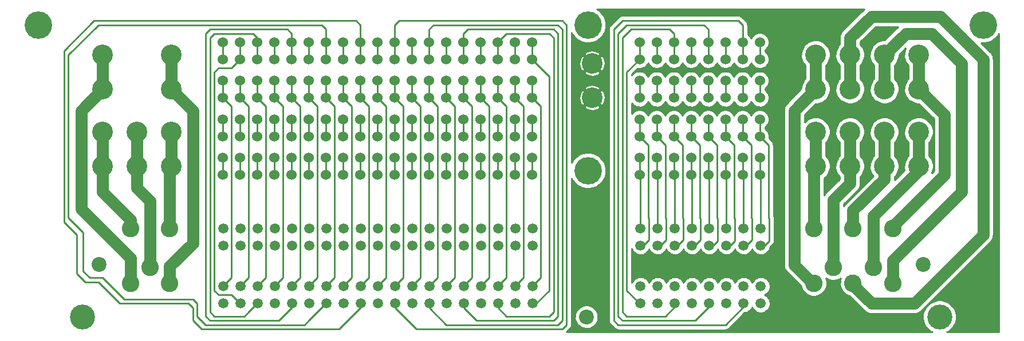
<source format=gtl>
G04 (created by PCBNEW (2013-07-07 BZR 4022)-stable) date 10/06/2014 08:12:37*
%MOIN*%
G04 Gerber Fmt 3.4, Leading zero omitted, Abs format*
%FSLAX34Y34*%
G01*
G70*
G90*
G04 APERTURE LIST*
%ADD10C,0.00590551*%
%ADD11C,0.06*%
%ADD12C,0.12063*%
%ADD13C,0.16*%
%ADD14C,0.0590551*%
%ADD15C,0.102362*%
%ADD16C,0.0866142*%
%ADD17C,0.145669*%
%ADD18C,0.01*%
%ADD19C,0.07*%
G04 APERTURE END LIST*
G54D10*
G54D11*
X51500Y-32000D03*
X50500Y-32000D03*
X49500Y-32000D03*
X48500Y-32000D03*
X47500Y-32000D03*
X46500Y-32000D03*
X45500Y-32000D03*
X44500Y-32000D03*
X43500Y-32000D03*
X42500Y-32000D03*
X41500Y-32000D03*
X40500Y-32000D03*
X39500Y-32000D03*
X38500Y-32000D03*
X37500Y-32000D03*
X36500Y-32000D03*
X35500Y-32000D03*
X34500Y-32000D03*
X33500Y-32000D03*
X51500Y-33000D03*
X50500Y-33000D03*
X49500Y-33000D03*
X48500Y-33000D03*
X47500Y-33000D03*
X46500Y-33000D03*
X45500Y-33000D03*
X44500Y-33000D03*
X43500Y-33000D03*
X42500Y-33000D03*
X41500Y-33000D03*
X40500Y-33000D03*
X39500Y-33000D03*
X38500Y-33000D03*
X37500Y-33000D03*
X36500Y-33000D03*
X35500Y-33000D03*
X34500Y-33000D03*
X33500Y-33000D03*
X51500Y-29750D03*
X50500Y-29750D03*
X49500Y-29750D03*
X48500Y-29750D03*
X47500Y-29750D03*
X46500Y-29750D03*
X45500Y-29750D03*
X44500Y-29750D03*
X43500Y-29750D03*
X42500Y-29750D03*
X41500Y-29750D03*
X40500Y-29750D03*
X39500Y-29750D03*
X38500Y-29750D03*
X37500Y-29750D03*
X36500Y-29750D03*
X35500Y-29750D03*
X34500Y-29750D03*
X33500Y-29750D03*
X51500Y-30750D03*
X50500Y-30750D03*
X49500Y-30750D03*
X48500Y-30750D03*
X47500Y-30750D03*
X46500Y-30750D03*
X45500Y-30750D03*
X44500Y-30750D03*
X43500Y-30750D03*
X42500Y-30750D03*
X41500Y-30750D03*
X40500Y-30750D03*
X39500Y-30750D03*
X38500Y-30750D03*
X37500Y-30750D03*
X36500Y-30750D03*
X35500Y-30750D03*
X34500Y-30750D03*
X33500Y-30750D03*
X51500Y-27500D03*
X50500Y-27500D03*
X49500Y-27500D03*
X48500Y-27500D03*
X47500Y-27500D03*
X46500Y-27500D03*
X45500Y-27500D03*
X44500Y-27500D03*
X43500Y-27500D03*
X42500Y-27500D03*
X41500Y-27500D03*
X40500Y-27500D03*
X39500Y-27500D03*
X38500Y-27500D03*
X37500Y-27500D03*
X36500Y-27500D03*
X35500Y-27500D03*
X34500Y-27500D03*
X33500Y-27500D03*
X51500Y-28500D03*
X50500Y-28500D03*
X49500Y-28500D03*
X48500Y-28500D03*
X47500Y-28500D03*
X46500Y-28500D03*
X45500Y-28500D03*
X44500Y-28500D03*
X43500Y-28500D03*
X42500Y-28500D03*
X41500Y-28500D03*
X40500Y-28500D03*
X39500Y-28500D03*
X38500Y-28500D03*
X37500Y-28500D03*
X36500Y-28500D03*
X35500Y-28500D03*
X34500Y-28500D03*
X33500Y-28500D03*
X51500Y-25250D03*
X50500Y-25250D03*
X49500Y-25250D03*
X48500Y-25250D03*
X47500Y-25250D03*
X46500Y-25250D03*
X45500Y-25250D03*
X44500Y-25250D03*
X43500Y-25250D03*
X42500Y-25250D03*
X41500Y-25250D03*
X40500Y-25250D03*
X39500Y-25250D03*
X38500Y-25250D03*
X37500Y-25250D03*
X36500Y-25250D03*
X35500Y-25250D03*
X34500Y-25250D03*
X33500Y-25250D03*
X51500Y-26250D03*
X50500Y-26250D03*
X49500Y-26250D03*
X48500Y-26250D03*
X47500Y-26250D03*
X46500Y-26250D03*
X45500Y-26250D03*
X44500Y-26250D03*
X43500Y-26250D03*
X42500Y-26250D03*
X41500Y-26250D03*
X40500Y-26250D03*
X39500Y-26250D03*
X38500Y-26250D03*
X37500Y-26250D03*
X36500Y-26250D03*
X35500Y-26250D03*
X34500Y-26250D03*
X33500Y-26250D03*
G54D12*
X26500Y-28000D03*
X26500Y-26000D03*
X30500Y-28000D03*
X30500Y-26000D03*
X28500Y-30500D03*
X28500Y-32500D03*
X26500Y-32500D03*
X26500Y-30500D03*
X30500Y-30500D03*
X30500Y-32500D03*
G54D11*
X57750Y-28500D03*
X58750Y-28500D03*
X59750Y-28500D03*
X60750Y-28500D03*
X61750Y-28500D03*
X62750Y-28500D03*
X63750Y-28500D03*
X64750Y-28500D03*
X57750Y-27500D03*
X58750Y-27500D03*
X59750Y-27500D03*
X60750Y-27500D03*
X61750Y-27500D03*
X62750Y-27500D03*
X63750Y-27500D03*
X64750Y-27500D03*
X57750Y-30750D03*
X58750Y-30750D03*
X59750Y-30750D03*
X60750Y-30750D03*
X61750Y-30750D03*
X62750Y-30750D03*
X63750Y-30750D03*
X64750Y-30750D03*
X57750Y-29750D03*
X58750Y-29750D03*
X59750Y-29750D03*
X60750Y-29750D03*
X61750Y-29750D03*
X62750Y-29750D03*
X63750Y-29750D03*
X64750Y-29750D03*
X57750Y-33000D03*
X58750Y-33000D03*
X59750Y-33000D03*
X60750Y-33000D03*
X61750Y-33000D03*
X62750Y-33000D03*
X63750Y-33000D03*
X64750Y-33000D03*
X57750Y-32000D03*
X58750Y-32000D03*
X59750Y-32000D03*
X60750Y-32000D03*
X61750Y-32000D03*
X62750Y-32000D03*
X63750Y-32000D03*
X64750Y-32000D03*
X57750Y-26250D03*
X58750Y-26250D03*
X59750Y-26250D03*
X60750Y-26250D03*
X61750Y-26250D03*
X62750Y-26250D03*
X63750Y-26250D03*
X64750Y-26250D03*
X57750Y-25250D03*
X58750Y-25250D03*
X59750Y-25250D03*
X60750Y-25250D03*
X61750Y-25250D03*
X62750Y-25250D03*
X63750Y-25250D03*
X64750Y-25250D03*
G54D12*
X74000Y-28000D03*
X74000Y-26000D03*
X72000Y-32500D03*
X72000Y-30500D03*
X68000Y-32500D03*
X68000Y-30500D03*
X74000Y-32500D03*
X74000Y-30500D03*
X70000Y-32500D03*
X70000Y-30500D03*
X72000Y-28000D03*
X72000Y-26000D03*
X70000Y-26000D03*
X70000Y-28000D03*
X68000Y-28000D03*
X68000Y-26000D03*
X55000Y-26500D03*
X55000Y-28500D03*
G54D13*
X22750Y-24250D03*
X54750Y-24250D03*
X77750Y-24250D03*
X54750Y-32750D03*
G54D14*
X42522Y-40505D03*
X43522Y-40505D03*
X45522Y-40505D03*
X44522Y-40505D03*
X46522Y-40505D03*
X38522Y-40505D03*
X39522Y-40505D03*
X41522Y-40505D03*
X40522Y-40505D03*
X36522Y-40505D03*
X37522Y-40505D03*
X35522Y-40505D03*
X50522Y-37123D03*
X49522Y-37123D03*
X34522Y-40505D03*
X34522Y-39505D03*
X35522Y-39505D03*
X37522Y-39505D03*
X36522Y-39505D03*
X40522Y-39505D03*
X41522Y-39505D03*
X39522Y-39505D03*
X38522Y-39505D03*
X42522Y-36123D03*
X43522Y-36123D03*
X45522Y-36123D03*
X44522Y-36123D03*
X48522Y-36123D03*
X47522Y-36123D03*
X46522Y-36123D03*
X51522Y-37123D03*
G54D15*
X71357Y-38406D03*
X72499Y-39324D03*
X72499Y-36123D03*
X67892Y-36123D03*
X67892Y-39324D03*
X70176Y-36123D03*
X70176Y-39324D03*
X69034Y-38406D03*
G54D14*
X63810Y-36123D03*
X59810Y-36123D03*
X60810Y-36123D03*
X62810Y-36123D03*
X61810Y-36123D03*
X57810Y-36123D03*
X58810Y-36123D03*
X64810Y-36123D03*
X64810Y-37123D03*
X58810Y-37123D03*
X57810Y-37123D03*
X61810Y-37123D03*
X62810Y-37123D03*
X60810Y-37123D03*
X59810Y-37123D03*
X63810Y-37123D03*
X63810Y-40505D03*
X59810Y-40505D03*
X60810Y-40505D03*
X62810Y-40505D03*
X61810Y-40505D03*
X57810Y-40505D03*
X58810Y-40505D03*
X64810Y-40505D03*
X64810Y-39505D03*
X58810Y-39505D03*
X57810Y-39505D03*
X61810Y-39505D03*
X62810Y-39505D03*
X60810Y-39505D03*
X59810Y-39505D03*
X63810Y-39505D03*
X33522Y-39505D03*
X50522Y-39505D03*
X46522Y-39505D03*
X47522Y-39505D03*
X49522Y-39505D03*
X48522Y-39505D03*
X44522Y-39505D03*
X45522Y-39505D03*
X43522Y-39505D03*
X42522Y-39505D03*
X51522Y-39505D03*
X51522Y-40505D03*
X48522Y-40505D03*
X49522Y-40505D03*
X47522Y-40505D03*
X50522Y-40505D03*
X33522Y-40505D03*
X33522Y-37123D03*
X34522Y-37123D03*
X36522Y-37123D03*
X35522Y-37123D03*
X39522Y-37123D03*
X40522Y-37123D03*
X38522Y-37123D03*
X37522Y-37123D03*
X41522Y-37123D03*
X46522Y-37123D03*
X47522Y-37123D03*
X48522Y-37123D03*
X44522Y-37123D03*
X45522Y-37123D03*
X43522Y-37123D03*
X42522Y-37123D03*
X51522Y-36123D03*
X49522Y-36123D03*
X50522Y-36123D03*
X41522Y-36123D03*
X37522Y-36123D03*
X38522Y-36123D03*
X40522Y-36123D03*
X39522Y-36123D03*
X35522Y-36123D03*
X36522Y-36123D03*
X34522Y-36123D03*
X33522Y-36123D03*
G54D15*
X29270Y-38406D03*
X30412Y-39324D03*
X30412Y-36123D03*
G54D16*
X74251Y-38221D03*
X26298Y-38221D03*
G54D17*
X75215Y-41292D03*
G54D15*
X28129Y-39324D03*
X28129Y-36123D03*
G54D17*
X25333Y-41292D03*
G54D16*
X54664Y-41292D03*
G54D18*
X35500Y-33000D02*
X35500Y-32000D01*
X50500Y-30750D02*
X50500Y-29750D01*
X34500Y-26250D02*
X34500Y-25250D01*
X34522Y-40505D02*
X34505Y-40505D01*
X34000Y-26750D02*
X34500Y-26250D01*
X33250Y-26750D02*
X34000Y-26750D01*
X33000Y-27000D02*
X33250Y-26750D01*
X33000Y-39750D02*
X33000Y-27000D01*
X33250Y-40000D02*
X33000Y-39750D01*
X34000Y-40000D02*
X33250Y-40000D01*
X34505Y-40505D02*
X34000Y-40000D01*
X35000Y-41000D02*
X34750Y-41250D01*
X32750Y-41000D02*
X32750Y-40750D01*
X33000Y-41250D02*
X32750Y-41000D01*
X34750Y-41250D02*
X33000Y-41250D01*
X32750Y-40750D02*
X32750Y-40500D01*
X35250Y-24750D02*
X35500Y-25000D01*
X33000Y-24750D02*
X35250Y-24750D01*
X32750Y-25000D02*
X33000Y-24750D01*
X32750Y-40500D02*
X32750Y-25000D01*
X35500Y-25000D02*
X35500Y-26250D01*
X35522Y-40505D02*
X35494Y-40505D01*
X35494Y-40505D02*
X35000Y-41000D01*
X36500Y-26250D02*
X36500Y-25250D01*
X37000Y-41250D02*
X36750Y-41500D01*
X32500Y-41250D02*
X32500Y-41000D01*
X32750Y-41500D02*
X32500Y-41250D01*
X36750Y-41500D02*
X32750Y-41500D01*
X37522Y-40505D02*
X37522Y-40727D01*
X37500Y-24750D02*
X37500Y-26250D01*
X32500Y-41000D02*
X32500Y-24750D01*
X32500Y-24750D02*
X32750Y-24500D01*
X32750Y-24500D02*
X37250Y-24500D01*
X37250Y-24500D02*
X37500Y-24750D01*
X37522Y-40727D02*
X37000Y-41250D01*
X38500Y-26250D02*
X38500Y-25250D01*
X25375Y-38625D02*
X25375Y-36375D01*
X25375Y-36375D02*
X24500Y-35500D01*
X27750Y-40250D02*
X26500Y-39000D01*
X26500Y-39000D02*
X25750Y-39000D01*
X32500Y-41750D02*
X32000Y-41250D01*
X31750Y-40250D02*
X29750Y-40250D01*
X32000Y-40500D02*
X31750Y-40250D01*
X32000Y-41250D02*
X32000Y-40500D01*
X38500Y-41500D02*
X38250Y-41750D01*
X38250Y-41750D02*
X32500Y-41750D01*
X39522Y-40505D02*
X39494Y-40505D01*
X39500Y-24500D02*
X39500Y-26250D01*
X29750Y-40250D02*
X27750Y-40250D01*
X25750Y-39000D02*
X25375Y-38625D01*
X24500Y-35500D02*
X24500Y-26000D01*
X24500Y-26000D02*
X26250Y-24250D01*
X26250Y-24250D02*
X39250Y-24250D01*
X39250Y-24250D02*
X39500Y-24500D01*
X39494Y-40505D02*
X38500Y-41500D01*
X25000Y-38750D02*
X25000Y-36500D01*
X25000Y-36500D02*
X24250Y-35750D01*
X27500Y-40500D02*
X26250Y-39250D01*
X26250Y-39250D02*
X25500Y-39250D01*
X32250Y-42000D02*
X31750Y-41500D01*
X31500Y-40500D02*
X29500Y-40500D01*
X31750Y-40750D02*
X31500Y-40500D01*
X31750Y-41500D02*
X31750Y-40750D01*
X40500Y-41750D02*
X40250Y-42000D01*
X40250Y-42000D02*
X32250Y-42000D01*
X41522Y-40505D02*
X41522Y-40727D01*
X41500Y-24250D02*
X41500Y-26250D01*
X29500Y-40500D02*
X27500Y-40500D01*
X25500Y-39250D02*
X25000Y-38750D01*
X24250Y-35750D02*
X24250Y-25750D01*
X24250Y-25750D02*
X26000Y-24000D01*
X26000Y-24000D02*
X41250Y-24000D01*
X41250Y-24000D02*
X41500Y-24250D01*
X41522Y-40727D02*
X40500Y-41750D01*
X42500Y-26250D02*
X42500Y-25250D01*
X43522Y-40505D02*
X43522Y-40772D01*
X43500Y-24250D02*
X43500Y-26250D01*
X43750Y-24000D02*
X43500Y-24250D01*
X53250Y-24000D02*
X43750Y-24000D01*
X53500Y-24250D02*
X53250Y-24000D01*
X53500Y-41750D02*
X53500Y-24250D01*
X53250Y-42000D02*
X53500Y-41750D01*
X44750Y-42000D02*
X53250Y-42000D01*
X43522Y-40772D02*
X44750Y-42000D01*
X44500Y-26250D02*
X44500Y-25250D01*
X51500Y-30750D02*
X51500Y-29750D01*
X45522Y-40505D02*
X45522Y-40772D01*
X45500Y-24500D02*
X45500Y-26250D01*
X45750Y-24250D02*
X45500Y-24500D01*
X53000Y-24250D02*
X45750Y-24250D01*
X53250Y-24500D02*
X53000Y-24250D01*
X53250Y-41500D02*
X53250Y-24500D01*
X53000Y-41750D02*
X53250Y-41500D01*
X46500Y-41750D02*
X53000Y-41750D01*
X45522Y-40772D02*
X46500Y-41750D01*
X46500Y-26250D02*
X46500Y-25250D01*
X47522Y-40505D02*
X47522Y-40772D01*
X47500Y-24750D02*
X47500Y-26250D01*
X47750Y-24500D02*
X47500Y-24750D01*
X52750Y-24500D02*
X47750Y-24500D01*
X53000Y-24750D02*
X52750Y-24500D01*
X53000Y-41250D02*
X53000Y-24750D01*
X52750Y-41500D02*
X53000Y-41250D01*
X48250Y-41500D02*
X52750Y-41500D01*
X47522Y-40772D02*
X48250Y-41500D01*
X48500Y-26250D02*
X48500Y-25250D01*
X49522Y-40505D02*
X49522Y-40772D01*
X50000Y-24750D02*
X49500Y-25250D01*
X52500Y-24750D02*
X50000Y-24750D01*
X52750Y-25000D02*
X52500Y-24750D01*
X52750Y-41000D02*
X52750Y-25000D01*
X52500Y-41250D02*
X52750Y-41000D01*
X50000Y-41250D02*
X52500Y-41250D01*
X49522Y-40772D02*
X50000Y-41250D01*
X49500Y-25250D02*
X49500Y-26250D01*
X50500Y-26250D02*
X50500Y-25250D01*
X51500Y-25250D02*
X51500Y-26250D01*
X51522Y-40505D02*
X51744Y-40505D01*
X52500Y-27250D02*
X51500Y-26250D01*
X52500Y-39750D02*
X52500Y-27250D01*
X51744Y-40505D02*
X52500Y-39750D01*
X33522Y-39505D02*
X33522Y-39477D01*
X34000Y-29000D02*
X33500Y-28500D01*
X34000Y-39000D02*
X34000Y-29000D01*
X33522Y-39477D02*
X34000Y-39000D01*
X33500Y-28500D02*
X33500Y-27500D01*
G54D19*
X30412Y-36123D02*
X30412Y-32587D01*
X30412Y-32587D02*
X30500Y-32500D01*
X30500Y-32500D02*
X30500Y-30500D01*
X26500Y-32500D02*
X26500Y-34000D01*
X28129Y-36123D02*
X28129Y-35629D01*
X26500Y-34000D02*
X26500Y-30500D01*
X28129Y-35629D02*
X26500Y-34000D01*
G54D18*
X33500Y-33000D02*
X33500Y-32000D01*
G54D19*
X29270Y-38406D02*
X29270Y-34520D01*
X29270Y-34520D02*
X28500Y-33750D01*
X28500Y-33750D02*
X28500Y-32500D01*
X28500Y-32500D02*
X28500Y-30500D01*
X30412Y-39324D02*
X30412Y-38337D01*
X31750Y-29250D02*
X30500Y-28000D01*
X31750Y-37000D02*
X31750Y-29250D01*
X30412Y-38337D02*
X31750Y-37000D01*
X30500Y-28000D02*
X30500Y-26000D01*
X28129Y-39324D02*
X28129Y-37879D01*
X25250Y-29250D02*
X26500Y-28000D01*
X25250Y-35000D02*
X25250Y-29250D01*
X28129Y-37879D02*
X25250Y-35000D01*
X26500Y-28000D02*
X26500Y-26000D01*
G54D18*
X34500Y-33000D02*
X34500Y-32000D01*
X41500Y-30750D02*
X41500Y-29750D01*
X36500Y-33000D02*
X36500Y-32000D01*
X37500Y-33000D02*
X37500Y-32000D01*
X38500Y-33000D02*
X38500Y-32000D01*
X39500Y-33000D02*
X39500Y-32000D01*
X40500Y-33000D02*
X40500Y-32000D01*
X42500Y-30750D02*
X42500Y-29750D01*
X41500Y-33000D02*
X41500Y-32000D01*
X42500Y-33000D02*
X42500Y-32000D01*
X43500Y-33000D02*
X43500Y-32000D01*
X44500Y-33000D02*
X44500Y-32000D01*
X45500Y-33000D02*
X45500Y-32000D01*
X46500Y-33000D02*
X46500Y-32000D01*
X47500Y-33000D02*
X47500Y-32000D01*
X47522Y-39505D02*
X47522Y-39477D01*
X48000Y-29000D02*
X47500Y-28500D01*
X48000Y-39000D02*
X48000Y-29000D01*
X47522Y-39477D02*
X48000Y-39000D01*
X47500Y-28500D02*
X47500Y-27500D01*
X35522Y-39505D02*
X35522Y-39477D01*
X36000Y-29000D02*
X35500Y-28500D01*
X36000Y-39000D02*
X36000Y-29000D01*
X35522Y-39477D02*
X36000Y-39000D01*
X35500Y-28500D02*
X35500Y-27500D01*
X36522Y-39505D02*
X36522Y-39477D01*
X37000Y-29000D02*
X36500Y-28500D01*
X37000Y-39000D02*
X37000Y-29000D01*
X36522Y-39477D02*
X37000Y-39000D01*
X36500Y-28500D02*
X36500Y-27500D01*
X43500Y-30750D02*
X43500Y-29750D01*
X37522Y-39505D02*
X37522Y-39477D01*
X38000Y-29000D02*
X37500Y-28500D01*
X38000Y-39000D02*
X38000Y-29000D01*
X37522Y-39477D02*
X38000Y-39000D01*
X37500Y-28500D02*
X37500Y-27500D01*
X38522Y-39505D02*
X38522Y-39477D01*
X39000Y-29000D02*
X38500Y-28500D01*
X39000Y-39000D02*
X39000Y-29000D01*
X38522Y-39477D02*
X39000Y-39000D01*
X38500Y-28500D02*
X38500Y-27500D01*
X39522Y-39505D02*
X39522Y-39477D01*
X40000Y-29000D02*
X39500Y-28500D01*
X40000Y-39000D02*
X40000Y-29000D01*
X39522Y-39477D02*
X40000Y-39000D01*
X39500Y-28500D02*
X39500Y-27500D01*
X40522Y-39505D02*
X40522Y-39477D01*
X41000Y-29000D02*
X40500Y-28500D01*
X41000Y-39000D02*
X41000Y-29000D01*
X40522Y-39477D02*
X41000Y-39000D01*
X40500Y-28500D02*
X40500Y-27500D01*
X41522Y-39505D02*
X41522Y-39477D01*
X42000Y-29000D02*
X41500Y-28500D01*
X42000Y-39000D02*
X42000Y-29000D01*
X41522Y-39477D02*
X42000Y-39000D01*
X41500Y-28500D02*
X41500Y-27500D01*
X42522Y-39505D02*
X42522Y-39477D01*
X43000Y-29000D02*
X42500Y-28500D01*
X43000Y-39000D02*
X43000Y-29000D01*
X42522Y-39477D02*
X43000Y-39000D01*
X42500Y-28500D02*
X42500Y-27500D01*
X43522Y-39505D02*
X43522Y-39477D01*
X44000Y-29000D02*
X43500Y-28500D01*
X44000Y-39000D02*
X44000Y-29000D01*
X43522Y-39477D02*
X44000Y-39000D01*
X43500Y-28500D02*
X43500Y-27500D01*
X44522Y-39505D02*
X44522Y-39477D01*
X45000Y-29000D02*
X44500Y-28500D01*
X45000Y-39000D02*
X45000Y-29000D01*
X44522Y-39477D02*
X45000Y-39000D01*
X44500Y-28500D02*
X44500Y-27500D01*
X45522Y-39505D02*
X45522Y-39477D01*
X46000Y-29000D02*
X45500Y-28500D01*
X46000Y-39000D02*
X46000Y-29000D01*
X45522Y-39477D02*
X46000Y-39000D01*
X45500Y-28500D02*
X45500Y-27500D01*
X46522Y-39505D02*
X46522Y-39477D01*
X47000Y-29000D02*
X46500Y-28500D01*
X47000Y-39000D02*
X47000Y-29000D01*
X46522Y-39477D02*
X47000Y-39000D01*
X46500Y-28500D02*
X46500Y-27500D01*
X44500Y-30750D02*
X44500Y-29750D01*
X48500Y-33000D02*
X48500Y-32000D01*
X48522Y-39505D02*
X48522Y-39477D01*
X49000Y-29000D02*
X48500Y-28500D01*
X49000Y-39000D02*
X49000Y-29000D01*
X48522Y-39477D02*
X49000Y-39000D01*
X48500Y-28500D02*
X48500Y-27500D01*
X49522Y-39505D02*
X49522Y-39477D01*
X50000Y-29000D02*
X49500Y-28500D01*
X50000Y-39000D02*
X50000Y-29000D01*
X49522Y-39477D02*
X50000Y-39000D01*
X49500Y-28500D02*
X49500Y-27500D01*
X50522Y-39505D02*
X50522Y-39477D01*
X51000Y-29000D02*
X50500Y-28500D01*
X51000Y-39000D02*
X51000Y-29000D01*
X50522Y-39477D02*
X51000Y-39000D01*
X50500Y-28500D02*
X50500Y-27500D01*
X51522Y-39505D02*
X51522Y-39477D01*
X52000Y-29000D02*
X51500Y-28500D01*
X52000Y-39000D02*
X52000Y-29000D01*
X51522Y-39477D02*
X52000Y-39000D01*
X51500Y-28500D02*
X51500Y-27500D01*
X33500Y-30750D02*
X33500Y-29750D01*
X34500Y-30750D02*
X34500Y-29750D01*
X35500Y-30750D02*
X35500Y-29750D01*
X36500Y-30750D02*
X36500Y-29750D01*
X37500Y-30750D02*
X37500Y-29750D01*
X45500Y-30750D02*
X45500Y-29750D01*
X38500Y-30750D02*
X38500Y-29750D01*
X39500Y-30750D02*
X39500Y-29750D01*
X40500Y-30750D02*
X40500Y-29750D01*
X61750Y-28500D02*
X61750Y-27500D01*
X57750Y-32000D02*
X57750Y-33000D01*
X57810Y-36123D02*
X57810Y-33060D01*
X57810Y-33060D02*
X57750Y-33000D01*
X65300Y-35600D02*
X65300Y-35550D01*
X65026Y-37123D02*
X65300Y-36850D01*
X65300Y-36850D02*
X65300Y-35600D01*
X64810Y-37123D02*
X65026Y-37123D01*
X65250Y-31250D02*
X64750Y-30750D01*
X65250Y-35500D02*
X65250Y-31250D01*
X65300Y-35550D02*
X65250Y-35500D01*
X64750Y-30750D02*
X64750Y-29750D01*
X64300Y-35600D02*
X64300Y-35550D01*
X63976Y-37123D02*
X64300Y-36800D01*
X64300Y-36800D02*
X64300Y-35600D01*
X63810Y-37123D02*
X63976Y-37123D01*
X64250Y-31250D02*
X63750Y-30750D01*
X64250Y-35500D02*
X64250Y-31250D01*
X64300Y-35550D02*
X64250Y-35500D01*
X63750Y-30750D02*
X63750Y-29750D01*
X63300Y-35600D02*
X63300Y-35550D01*
X63026Y-37123D02*
X63300Y-36850D01*
X63300Y-36850D02*
X63300Y-35600D01*
X62810Y-37123D02*
X63026Y-37123D01*
X63250Y-31250D02*
X62750Y-30750D01*
X63250Y-35500D02*
X63250Y-31250D01*
X63300Y-35550D02*
X63250Y-35500D01*
X62750Y-30750D02*
X62750Y-29750D01*
X62300Y-35600D02*
X62300Y-35550D01*
X62026Y-37123D02*
X62300Y-36850D01*
X62300Y-36850D02*
X62300Y-35600D01*
X61810Y-37123D02*
X62026Y-37123D01*
X62250Y-31250D02*
X61750Y-30750D01*
X62250Y-35500D02*
X62250Y-31250D01*
X62300Y-35550D02*
X62250Y-35500D01*
X61750Y-30750D02*
X61750Y-29750D01*
X61300Y-35600D02*
X61300Y-35550D01*
X60976Y-37123D02*
X61300Y-36800D01*
X61300Y-36800D02*
X61300Y-35600D01*
X60810Y-37123D02*
X60976Y-37123D01*
X61250Y-31250D02*
X60750Y-30750D01*
X61250Y-35500D02*
X61250Y-31250D01*
X61300Y-35550D02*
X61250Y-35500D01*
X60750Y-30750D02*
X60750Y-29750D01*
X46500Y-30750D02*
X46500Y-29750D01*
X60300Y-35600D02*
X60300Y-35550D01*
X59976Y-37123D02*
X60300Y-36800D01*
X60300Y-36800D02*
X60300Y-35600D01*
X59810Y-37123D02*
X59976Y-37123D01*
X60250Y-31250D02*
X59750Y-30750D01*
X60250Y-35500D02*
X60250Y-31250D01*
X60300Y-35550D02*
X60250Y-35500D01*
X59750Y-30750D02*
X59750Y-29750D01*
X59300Y-35600D02*
X59300Y-35550D01*
X58976Y-37123D02*
X59300Y-36800D01*
X59300Y-36800D02*
X59300Y-35600D01*
X58810Y-37123D02*
X58976Y-37123D01*
X59250Y-31250D02*
X58750Y-30750D01*
X59250Y-35500D02*
X59250Y-31250D01*
X59300Y-35550D02*
X59250Y-35500D01*
X58750Y-30750D02*
X58750Y-29750D01*
X57750Y-29750D02*
X57750Y-30750D01*
X58300Y-35600D02*
X58300Y-35550D01*
X57976Y-37123D02*
X58300Y-36800D01*
X58300Y-36800D02*
X58300Y-35600D01*
X57810Y-37123D02*
X57976Y-37123D01*
X58250Y-31250D02*
X58250Y-35500D01*
X58250Y-31250D02*
X57750Y-30750D01*
X58300Y-35550D02*
X58250Y-35500D01*
X64750Y-28500D02*
X64750Y-27500D01*
X63750Y-28500D02*
X63750Y-27500D01*
X62750Y-28500D02*
X62750Y-27500D01*
X58810Y-36123D02*
X58810Y-33060D01*
X58810Y-33060D02*
X58750Y-33000D01*
X58750Y-33000D02*
X58750Y-32000D01*
X60750Y-28500D02*
X60750Y-27500D01*
X59750Y-28500D02*
X59750Y-27500D01*
X58750Y-28500D02*
X58750Y-27500D01*
X47500Y-30750D02*
X47500Y-29750D01*
X57750Y-28500D02*
X57750Y-27500D01*
X64750Y-26250D02*
X64750Y-25250D01*
X63810Y-40505D02*
X63810Y-40689D01*
X63750Y-24250D02*
X63750Y-26250D01*
X63500Y-24000D02*
X63750Y-24250D01*
X56750Y-24000D02*
X63500Y-24000D01*
X56250Y-24500D02*
X56750Y-24000D01*
X56250Y-41500D02*
X56250Y-24500D01*
X56500Y-41750D02*
X56250Y-41500D01*
X62750Y-41750D02*
X56500Y-41750D01*
X63810Y-40689D02*
X62750Y-41750D01*
X62750Y-26250D02*
X62750Y-25250D01*
X61810Y-40505D02*
X61810Y-40689D01*
X61750Y-24500D02*
X61750Y-26250D01*
X61500Y-24250D02*
X61750Y-24500D01*
X57000Y-24250D02*
X61500Y-24250D01*
X56500Y-24750D02*
X57000Y-24250D01*
X56500Y-41250D02*
X56500Y-24750D01*
X56750Y-41500D02*
X56500Y-41250D01*
X61000Y-41500D02*
X56750Y-41500D01*
X61810Y-40689D02*
X61000Y-41500D01*
X60750Y-26250D02*
X60750Y-25250D01*
X59810Y-40505D02*
X59810Y-40689D01*
X59750Y-24750D02*
X59750Y-26250D01*
X59500Y-24500D02*
X59750Y-24750D01*
X57250Y-24500D02*
X59500Y-24500D01*
X56750Y-25000D02*
X57250Y-24500D01*
X56750Y-41000D02*
X56750Y-25000D01*
X57000Y-41250D02*
X56750Y-41000D01*
X59250Y-41250D02*
X57000Y-41250D01*
X59810Y-40689D02*
X59250Y-41250D01*
X58750Y-26250D02*
X58750Y-25250D01*
X57750Y-26250D02*
X57750Y-25250D01*
X57750Y-25250D02*
X57750Y-26250D01*
X57810Y-40505D02*
X57755Y-40505D01*
X57000Y-27000D02*
X57750Y-26250D01*
X57000Y-39750D02*
X57000Y-27000D01*
X57755Y-40505D02*
X57000Y-39750D01*
G54D19*
X69034Y-38406D02*
X69034Y-34465D01*
X70000Y-33500D02*
X70000Y-30500D01*
X69034Y-34465D02*
X70000Y-33500D01*
G54D18*
X48500Y-30750D02*
X48500Y-29750D01*
X49500Y-33000D02*
X49500Y-32000D01*
X50500Y-33000D02*
X50500Y-32000D01*
X51500Y-33000D02*
X51500Y-32000D01*
G54D19*
X70176Y-36123D02*
X70176Y-35073D01*
X72000Y-33250D02*
X72000Y-30500D01*
X70176Y-35073D02*
X72000Y-33250D01*
X74000Y-30500D02*
X74000Y-32500D01*
X71357Y-38406D02*
X71357Y-35392D01*
X74000Y-32750D02*
X74000Y-32500D01*
X71357Y-35392D02*
X74000Y-32750D01*
G54D18*
X34522Y-39505D02*
X34522Y-39477D01*
X35000Y-29000D02*
X34500Y-28500D01*
X35000Y-39000D02*
X35000Y-29000D01*
X34522Y-39477D02*
X35000Y-39000D01*
X34500Y-28500D02*
X34500Y-27500D01*
G54D19*
X72499Y-39324D02*
X72499Y-38000D01*
X73250Y-24750D02*
X72000Y-26000D01*
X74750Y-24750D02*
X73250Y-24750D01*
X76500Y-26500D02*
X74750Y-24750D01*
X76500Y-34000D02*
X76500Y-26500D01*
X72499Y-38000D02*
X76500Y-34000D01*
X72000Y-26000D02*
X72000Y-28000D01*
X77750Y-26750D02*
X77750Y-26250D01*
X77750Y-26250D02*
X75250Y-23750D01*
X70176Y-39324D02*
X70176Y-39426D01*
X70176Y-39426D02*
X71250Y-40500D01*
X71250Y-40500D02*
X73750Y-40500D01*
X73750Y-40500D02*
X77750Y-36500D01*
X77750Y-36500D02*
X77750Y-26750D01*
X75250Y-23750D02*
X71250Y-23750D01*
X71250Y-23750D02*
X70000Y-25000D01*
X70000Y-25000D02*
X70000Y-28000D01*
X67892Y-39324D02*
X67824Y-39324D01*
X66750Y-29250D02*
X68000Y-28000D01*
X66750Y-38250D02*
X66750Y-29250D01*
X67824Y-39324D02*
X66750Y-38250D01*
X68000Y-28000D02*
X68000Y-26000D01*
G54D18*
X64810Y-36123D02*
X64810Y-33060D01*
X64810Y-33060D02*
X64750Y-33000D01*
X64750Y-33000D02*
X64750Y-32000D01*
X49500Y-30750D02*
X49500Y-29750D01*
X63810Y-36123D02*
X63810Y-33060D01*
X63810Y-33060D02*
X63750Y-33000D01*
X63750Y-33000D02*
X63750Y-32000D01*
X62810Y-36123D02*
X62810Y-33060D01*
X62810Y-33060D02*
X62750Y-33000D01*
X62750Y-33000D02*
X62750Y-32000D01*
X61810Y-36123D02*
X61810Y-33060D01*
X61810Y-33060D02*
X61750Y-33000D01*
X61750Y-33000D02*
X61750Y-32000D01*
X60810Y-36123D02*
X60810Y-33060D01*
X60810Y-33060D02*
X60750Y-33000D01*
X60750Y-33000D02*
X60750Y-32000D01*
X59810Y-36123D02*
X59810Y-33060D01*
X59810Y-33060D02*
X59750Y-33000D01*
X59750Y-33000D02*
X59750Y-32000D01*
G54D19*
X72499Y-36123D02*
X72499Y-36000D01*
X75500Y-29500D02*
X74000Y-28000D01*
X75500Y-33000D02*
X75500Y-29500D01*
X72499Y-36000D02*
X75500Y-33000D01*
X74000Y-28000D02*
X74000Y-26000D01*
X67892Y-36123D02*
X67892Y-32607D01*
X67892Y-32607D02*
X68000Y-32500D01*
X68000Y-32500D02*
X68000Y-30500D01*
G54D18*
X40500Y-26250D02*
X40500Y-25250D01*
X33500Y-26250D02*
X33500Y-25250D01*
G54D10*
G36*
X78675Y-42175D02*
X75646Y-42175D01*
X75658Y-42170D01*
X75820Y-42067D01*
X75959Y-41934D01*
X76070Y-41778D01*
X76148Y-41602D01*
X76191Y-41415D01*
X76194Y-41196D01*
X76156Y-41008D01*
X76083Y-40830D01*
X75977Y-40671D01*
X75842Y-40535D01*
X75683Y-40427D01*
X75506Y-40353D01*
X75318Y-40314D01*
X75126Y-40313D01*
X74938Y-40349D01*
X74760Y-40421D01*
X74599Y-40526D01*
X74462Y-40660D01*
X74354Y-40818D01*
X74278Y-40995D01*
X74238Y-41182D01*
X74236Y-41374D01*
X74270Y-41563D01*
X74341Y-41741D01*
X74445Y-41903D01*
X74578Y-42041D01*
X74736Y-42150D01*
X74791Y-42175D01*
X65600Y-42175D01*
X65600Y-36850D01*
X65600Y-35600D01*
X65600Y-35550D01*
X65597Y-35522D01*
X65594Y-35494D01*
X65594Y-35493D01*
X65594Y-35491D01*
X65586Y-35465D01*
X65578Y-35438D01*
X65577Y-35437D01*
X65577Y-35435D01*
X65564Y-35411D01*
X65551Y-35386D01*
X65550Y-35385D01*
X65550Y-35384D01*
X65550Y-31250D01*
X65547Y-31222D01*
X65544Y-31194D01*
X65544Y-31193D01*
X65544Y-31191D01*
X65536Y-31165D01*
X65528Y-31138D01*
X65527Y-31137D01*
X65527Y-31135D01*
X65514Y-31111D01*
X65501Y-31086D01*
X65500Y-31085D01*
X65499Y-31083D01*
X65482Y-31062D01*
X65465Y-31040D01*
X65462Y-31038D01*
X65462Y-31038D01*
X65462Y-31038D01*
X65462Y-31037D01*
X65288Y-30863D01*
X65298Y-30819D01*
X65300Y-30696D01*
X65279Y-30590D01*
X65237Y-30490D01*
X65178Y-30400D01*
X65102Y-30324D01*
X65050Y-30288D01*
X65050Y-30211D01*
X65090Y-30185D01*
X65168Y-30111D01*
X65230Y-30022D01*
X65274Y-29924D01*
X65298Y-29819D01*
X65300Y-29696D01*
X65279Y-29590D01*
X65237Y-29490D01*
X65178Y-29400D01*
X65102Y-29324D01*
X65012Y-29263D01*
X64913Y-29222D01*
X64807Y-29200D01*
X64699Y-29199D01*
X64593Y-29219D01*
X64493Y-29260D01*
X64403Y-29319D01*
X64326Y-29394D01*
X64265Y-29483D01*
X64250Y-29520D01*
X64237Y-29490D01*
X64178Y-29400D01*
X64102Y-29324D01*
X64012Y-29263D01*
X63913Y-29222D01*
X63807Y-29200D01*
X63699Y-29199D01*
X63593Y-29219D01*
X63493Y-29260D01*
X63403Y-29319D01*
X63326Y-29394D01*
X63265Y-29483D01*
X63250Y-29520D01*
X63237Y-29490D01*
X63178Y-29400D01*
X63102Y-29324D01*
X63012Y-29263D01*
X62913Y-29222D01*
X62807Y-29200D01*
X62699Y-29199D01*
X62593Y-29219D01*
X62493Y-29260D01*
X62403Y-29319D01*
X62326Y-29394D01*
X62265Y-29483D01*
X62250Y-29520D01*
X62237Y-29490D01*
X62178Y-29400D01*
X62102Y-29324D01*
X62012Y-29263D01*
X61913Y-29222D01*
X61807Y-29200D01*
X61699Y-29199D01*
X61593Y-29219D01*
X61493Y-29260D01*
X61403Y-29319D01*
X61326Y-29394D01*
X61265Y-29483D01*
X61250Y-29520D01*
X61237Y-29490D01*
X61178Y-29400D01*
X61102Y-29324D01*
X61012Y-29263D01*
X60913Y-29222D01*
X60807Y-29200D01*
X60699Y-29199D01*
X60593Y-29219D01*
X60493Y-29260D01*
X60403Y-29319D01*
X60326Y-29394D01*
X60265Y-29483D01*
X60250Y-29520D01*
X60237Y-29490D01*
X60178Y-29400D01*
X60102Y-29324D01*
X60012Y-29263D01*
X59913Y-29222D01*
X59807Y-29200D01*
X59699Y-29199D01*
X59593Y-29219D01*
X59493Y-29260D01*
X59403Y-29319D01*
X59326Y-29394D01*
X59265Y-29483D01*
X59250Y-29520D01*
X59237Y-29490D01*
X59178Y-29400D01*
X59102Y-29324D01*
X59012Y-29263D01*
X58913Y-29222D01*
X58807Y-29200D01*
X58699Y-29199D01*
X58593Y-29219D01*
X58493Y-29260D01*
X58403Y-29319D01*
X58326Y-29394D01*
X58265Y-29483D01*
X58250Y-29520D01*
X58237Y-29490D01*
X58178Y-29400D01*
X58102Y-29324D01*
X58012Y-29263D01*
X57913Y-29222D01*
X57807Y-29200D01*
X57699Y-29199D01*
X57593Y-29219D01*
X57493Y-29260D01*
X57403Y-29319D01*
X57326Y-29394D01*
X57300Y-29433D01*
X57300Y-28817D01*
X57316Y-28843D01*
X57391Y-28920D01*
X57480Y-28982D01*
X57579Y-29025D01*
X57684Y-29048D01*
X57792Y-29051D01*
X57898Y-29032D01*
X57999Y-28993D01*
X58090Y-28935D01*
X58168Y-28861D01*
X58230Y-28772D01*
X58249Y-28730D01*
X58258Y-28752D01*
X58316Y-28843D01*
X58391Y-28920D01*
X58480Y-28982D01*
X58579Y-29025D01*
X58684Y-29048D01*
X58792Y-29051D01*
X58898Y-29032D01*
X58999Y-28993D01*
X59090Y-28935D01*
X59168Y-28861D01*
X59230Y-28772D01*
X59249Y-28730D01*
X59258Y-28752D01*
X59316Y-28843D01*
X59391Y-28920D01*
X59480Y-28982D01*
X59579Y-29025D01*
X59684Y-29048D01*
X59792Y-29051D01*
X59898Y-29032D01*
X59999Y-28993D01*
X60090Y-28935D01*
X60168Y-28861D01*
X60230Y-28772D01*
X60249Y-28730D01*
X60258Y-28752D01*
X60316Y-28843D01*
X60391Y-28920D01*
X60480Y-28982D01*
X60579Y-29025D01*
X60684Y-29048D01*
X60792Y-29051D01*
X60898Y-29032D01*
X60999Y-28993D01*
X61090Y-28935D01*
X61168Y-28861D01*
X61230Y-28772D01*
X61249Y-28730D01*
X61258Y-28752D01*
X61316Y-28843D01*
X61391Y-28920D01*
X61480Y-28982D01*
X61579Y-29025D01*
X61684Y-29048D01*
X61792Y-29051D01*
X61898Y-29032D01*
X61999Y-28993D01*
X62090Y-28935D01*
X62168Y-28861D01*
X62230Y-28772D01*
X62249Y-28730D01*
X62258Y-28752D01*
X62316Y-28843D01*
X62391Y-28920D01*
X62480Y-28982D01*
X62579Y-29025D01*
X62684Y-29048D01*
X62792Y-29051D01*
X62898Y-29032D01*
X62999Y-28993D01*
X63090Y-28935D01*
X63168Y-28861D01*
X63230Y-28772D01*
X63249Y-28730D01*
X63258Y-28752D01*
X63316Y-28843D01*
X63391Y-28920D01*
X63480Y-28982D01*
X63579Y-29025D01*
X63684Y-29048D01*
X63792Y-29051D01*
X63898Y-29032D01*
X63999Y-28993D01*
X64090Y-28935D01*
X64168Y-28861D01*
X64230Y-28772D01*
X64249Y-28730D01*
X64258Y-28752D01*
X64316Y-28843D01*
X64391Y-28920D01*
X64480Y-28982D01*
X64579Y-29025D01*
X64684Y-29048D01*
X64792Y-29051D01*
X64898Y-29032D01*
X64999Y-28993D01*
X65090Y-28935D01*
X65168Y-28861D01*
X65230Y-28772D01*
X65274Y-28674D01*
X65298Y-28569D01*
X65300Y-28446D01*
X65279Y-28340D01*
X65237Y-28240D01*
X65178Y-28150D01*
X65102Y-28074D01*
X65050Y-28038D01*
X65050Y-27961D01*
X65090Y-27935D01*
X65168Y-27861D01*
X65230Y-27772D01*
X65274Y-27674D01*
X65298Y-27569D01*
X65300Y-27446D01*
X65279Y-27340D01*
X65237Y-27240D01*
X65178Y-27150D01*
X65102Y-27074D01*
X65012Y-27013D01*
X64913Y-26972D01*
X64807Y-26950D01*
X64699Y-26949D01*
X64593Y-26969D01*
X64493Y-27010D01*
X64403Y-27069D01*
X64326Y-27144D01*
X64265Y-27233D01*
X64250Y-27270D01*
X64237Y-27240D01*
X64178Y-27150D01*
X64102Y-27074D01*
X64012Y-27013D01*
X63913Y-26972D01*
X63807Y-26950D01*
X63699Y-26949D01*
X63593Y-26969D01*
X63493Y-27010D01*
X63403Y-27069D01*
X63326Y-27144D01*
X63265Y-27233D01*
X63250Y-27270D01*
X63237Y-27240D01*
X63178Y-27150D01*
X63102Y-27074D01*
X63012Y-27013D01*
X62913Y-26972D01*
X62807Y-26950D01*
X62699Y-26949D01*
X62593Y-26969D01*
X62493Y-27010D01*
X62403Y-27069D01*
X62326Y-27144D01*
X62265Y-27233D01*
X62250Y-27270D01*
X62237Y-27240D01*
X62178Y-27150D01*
X62102Y-27074D01*
X62012Y-27013D01*
X61913Y-26972D01*
X61807Y-26950D01*
X61699Y-26949D01*
X61593Y-26969D01*
X61493Y-27010D01*
X61403Y-27069D01*
X61326Y-27144D01*
X61265Y-27233D01*
X61250Y-27270D01*
X61237Y-27240D01*
X61178Y-27150D01*
X61102Y-27074D01*
X61012Y-27013D01*
X60913Y-26972D01*
X60807Y-26950D01*
X60699Y-26949D01*
X60593Y-26969D01*
X60493Y-27010D01*
X60403Y-27069D01*
X60326Y-27144D01*
X60265Y-27233D01*
X60250Y-27270D01*
X60237Y-27240D01*
X60178Y-27150D01*
X60102Y-27074D01*
X60012Y-27013D01*
X59913Y-26972D01*
X59807Y-26950D01*
X59699Y-26949D01*
X59593Y-26969D01*
X59493Y-27010D01*
X59403Y-27069D01*
X59326Y-27144D01*
X59265Y-27233D01*
X59250Y-27270D01*
X59237Y-27240D01*
X59178Y-27150D01*
X59102Y-27074D01*
X59012Y-27013D01*
X58913Y-26972D01*
X58807Y-26950D01*
X58699Y-26949D01*
X58593Y-26969D01*
X58493Y-27010D01*
X58403Y-27069D01*
X58326Y-27144D01*
X58265Y-27233D01*
X58250Y-27270D01*
X58237Y-27240D01*
X58178Y-27150D01*
X58102Y-27074D01*
X58012Y-27013D01*
X57913Y-26972D01*
X57807Y-26950D01*
X57699Y-26949D01*
X57593Y-26969D01*
X57493Y-27010D01*
X57403Y-27069D01*
X57326Y-27144D01*
X57300Y-27183D01*
X57300Y-27124D01*
X57636Y-26788D01*
X57684Y-26798D01*
X57792Y-26801D01*
X57898Y-26782D01*
X57999Y-26743D01*
X58090Y-26685D01*
X58168Y-26611D01*
X58230Y-26522D01*
X58249Y-26480D01*
X58258Y-26502D01*
X58316Y-26593D01*
X58391Y-26670D01*
X58480Y-26732D01*
X58579Y-26775D01*
X58684Y-26798D01*
X58792Y-26801D01*
X58898Y-26782D01*
X58999Y-26743D01*
X59090Y-26685D01*
X59168Y-26611D01*
X59230Y-26522D01*
X59249Y-26480D01*
X59258Y-26502D01*
X59316Y-26593D01*
X59391Y-26670D01*
X59480Y-26732D01*
X59579Y-26775D01*
X59684Y-26798D01*
X59792Y-26801D01*
X59898Y-26782D01*
X59999Y-26743D01*
X60090Y-26685D01*
X60168Y-26611D01*
X60230Y-26522D01*
X60249Y-26480D01*
X60258Y-26502D01*
X60316Y-26593D01*
X60391Y-26670D01*
X60480Y-26732D01*
X60579Y-26775D01*
X60684Y-26798D01*
X60792Y-26801D01*
X60898Y-26782D01*
X60999Y-26743D01*
X61090Y-26685D01*
X61168Y-26611D01*
X61230Y-26522D01*
X61249Y-26480D01*
X61258Y-26502D01*
X61316Y-26593D01*
X61391Y-26670D01*
X61480Y-26732D01*
X61579Y-26775D01*
X61684Y-26798D01*
X61792Y-26801D01*
X61898Y-26782D01*
X61999Y-26743D01*
X62090Y-26685D01*
X62168Y-26611D01*
X62230Y-26522D01*
X62249Y-26480D01*
X62258Y-26502D01*
X62316Y-26593D01*
X62391Y-26670D01*
X62480Y-26732D01*
X62579Y-26775D01*
X62684Y-26798D01*
X62792Y-26801D01*
X62898Y-26782D01*
X62999Y-26743D01*
X63090Y-26685D01*
X63168Y-26611D01*
X63230Y-26522D01*
X63249Y-26480D01*
X63258Y-26502D01*
X63316Y-26593D01*
X63391Y-26670D01*
X63480Y-26732D01*
X63579Y-26775D01*
X63684Y-26798D01*
X63792Y-26801D01*
X63898Y-26782D01*
X63999Y-26743D01*
X64090Y-26685D01*
X64168Y-26611D01*
X64230Y-26522D01*
X64249Y-26480D01*
X64258Y-26502D01*
X64316Y-26593D01*
X64391Y-26670D01*
X64480Y-26732D01*
X64579Y-26775D01*
X64684Y-26798D01*
X64792Y-26801D01*
X64898Y-26782D01*
X64999Y-26743D01*
X65090Y-26685D01*
X65168Y-26611D01*
X65230Y-26522D01*
X65274Y-26424D01*
X65298Y-26319D01*
X65300Y-26196D01*
X65279Y-26090D01*
X65237Y-25990D01*
X65178Y-25900D01*
X65102Y-25824D01*
X65050Y-25788D01*
X65050Y-25711D01*
X65090Y-25685D01*
X65168Y-25611D01*
X65230Y-25522D01*
X65274Y-25424D01*
X65298Y-25319D01*
X65300Y-25196D01*
X65279Y-25090D01*
X65237Y-24990D01*
X65178Y-24900D01*
X65102Y-24824D01*
X65012Y-24763D01*
X64913Y-24722D01*
X64807Y-24700D01*
X64699Y-24699D01*
X64593Y-24719D01*
X64493Y-24760D01*
X64403Y-24819D01*
X64326Y-24894D01*
X64265Y-24983D01*
X64250Y-25020D01*
X64237Y-24990D01*
X64178Y-24900D01*
X64102Y-24824D01*
X64050Y-24788D01*
X64050Y-24250D01*
X64047Y-24222D01*
X64044Y-24194D01*
X64044Y-24193D01*
X64044Y-24191D01*
X64036Y-24165D01*
X64028Y-24138D01*
X64027Y-24137D01*
X64027Y-24135D01*
X64014Y-24111D01*
X64001Y-24086D01*
X64000Y-24085D01*
X63999Y-24083D01*
X63982Y-24062D01*
X63965Y-24040D01*
X63962Y-24038D01*
X63962Y-24038D01*
X63962Y-24038D01*
X63962Y-24037D01*
X63712Y-23787D01*
X63690Y-23770D01*
X63669Y-23752D01*
X63668Y-23751D01*
X63666Y-23750D01*
X63642Y-23737D01*
X63618Y-23724D01*
X63616Y-23723D01*
X63615Y-23723D01*
X63588Y-23714D01*
X63562Y-23706D01*
X63560Y-23706D01*
X63559Y-23705D01*
X63531Y-23703D01*
X63504Y-23700D01*
X63501Y-23700D01*
X63501Y-23700D01*
X63500Y-23700D01*
X63500Y-23700D01*
X56750Y-23700D01*
X56722Y-23702D01*
X56694Y-23705D01*
X56693Y-23705D01*
X56691Y-23705D01*
X56665Y-23713D01*
X56638Y-23721D01*
X56637Y-23722D01*
X56635Y-23722D01*
X56611Y-23735D01*
X56586Y-23748D01*
X56585Y-23749D01*
X56583Y-23750D01*
X56562Y-23767D01*
X56540Y-23784D01*
X56538Y-23787D01*
X56538Y-23787D01*
X56538Y-23787D01*
X56537Y-23787D01*
X56037Y-24287D01*
X56020Y-24309D01*
X56002Y-24330D01*
X56001Y-24331D01*
X56000Y-24333D01*
X55987Y-24357D01*
X55974Y-24381D01*
X55973Y-24383D01*
X55973Y-24384D01*
X55964Y-24411D01*
X55956Y-24437D01*
X55956Y-24439D01*
X55955Y-24440D01*
X55953Y-24468D01*
X55950Y-24495D01*
X55950Y-24498D01*
X55950Y-24498D01*
X55950Y-24499D01*
X55950Y-24500D01*
X55950Y-41500D01*
X55952Y-41527D01*
X55955Y-41555D01*
X55955Y-41556D01*
X55955Y-41558D01*
X55963Y-41584D01*
X55971Y-41611D01*
X55972Y-41612D01*
X55972Y-41614D01*
X55985Y-41638D01*
X55998Y-41663D01*
X55999Y-41664D01*
X56000Y-41666D01*
X56017Y-41687D01*
X56034Y-41709D01*
X56037Y-41711D01*
X56037Y-41711D01*
X56037Y-41711D01*
X56037Y-41712D01*
X56287Y-41962D01*
X56309Y-41979D01*
X56330Y-41997D01*
X56331Y-41998D01*
X56333Y-41999D01*
X56357Y-42012D01*
X56381Y-42025D01*
X56383Y-42026D01*
X56384Y-42026D01*
X56411Y-42035D01*
X56437Y-42043D01*
X56439Y-42043D01*
X56440Y-42044D01*
X56468Y-42046D01*
X56495Y-42049D01*
X56498Y-42049D01*
X56498Y-42049D01*
X56499Y-42049D01*
X56500Y-42050D01*
X62750Y-42050D01*
X62777Y-42047D01*
X62805Y-42044D01*
X62806Y-42044D01*
X62808Y-42044D01*
X62834Y-42036D01*
X62861Y-42028D01*
X62862Y-42027D01*
X62864Y-42027D01*
X62888Y-42014D01*
X62913Y-42001D01*
X62914Y-42000D01*
X62916Y-41999D01*
X62937Y-41982D01*
X62959Y-41965D01*
X62961Y-41962D01*
X62961Y-41962D01*
X62961Y-41962D01*
X62962Y-41962D01*
X63877Y-41047D01*
X63957Y-41032D01*
X64057Y-40994D01*
X64147Y-40936D01*
X64225Y-40863D01*
X64286Y-40775D01*
X64310Y-40723D01*
X64322Y-40755D01*
X64380Y-40845D01*
X64455Y-40922D01*
X64542Y-40983D01*
X64640Y-41026D01*
X64745Y-41049D01*
X64852Y-41051D01*
X64957Y-41032D01*
X65057Y-40994D01*
X65147Y-40936D01*
X65225Y-40863D01*
X65286Y-40775D01*
X65330Y-40678D01*
X65353Y-40573D01*
X65355Y-40451D01*
X65334Y-40346D01*
X65294Y-40247D01*
X65234Y-40158D01*
X65159Y-40082D01*
X65070Y-40023D01*
X65028Y-40005D01*
X65057Y-39994D01*
X65147Y-39936D01*
X65225Y-39863D01*
X65286Y-39775D01*
X65330Y-39678D01*
X65353Y-39573D01*
X65355Y-39451D01*
X65334Y-39346D01*
X65294Y-39247D01*
X65234Y-39158D01*
X65159Y-39082D01*
X65070Y-39023D01*
X64972Y-38981D01*
X64867Y-38960D01*
X64760Y-38959D01*
X64655Y-38979D01*
X64556Y-39019D01*
X64466Y-39078D01*
X64390Y-39152D01*
X64330Y-39241D01*
X64310Y-39287D01*
X64294Y-39247D01*
X64234Y-39158D01*
X64159Y-39082D01*
X64070Y-39023D01*
X63972Y-38981D01*
X63867Y-38960D01*
X63760Y-38959D01*
X63655Y-38979D01*
X63556Y-39019D01*
X63466Y-39078D01*
X63390Y-39152D01*
X63330Y-39241D01*
X63310Y-39287D01*
X63294Y-39247D01*
X63234Y-39158D01*
X63159Y-39082D01*
X63070Y-39023D01*
X62972Y-38981D01*
X62867Y-38960D01*
X62760Y-38959D01*
X62655Y-38979D01*
X62556Y-39019D01*
X62466Y-39078D01*
X62390Y-39152D01*
X62330Y-39241D01*
X62310Y-39287D01*
X62294Y-39247D01*
X62234Y-39158D01*
X62159Y-39082D01*
X62070Y-39023D01*
X61972Y-38981D01*
X61867Y-38960D01*
X61760Y-38959D01*
X61655Y-38979D01*
X61556Y-39019D01*
X61466Y-39078D01*
X61390Y-39152D01*
X61330Y-39241D01*
X61310Y-39287D01*
X61294Y-39247D01*
X61234Y-39158D01*
X61159Y-39082D01*
X61070Y-39023D01*
X60972Y-38981D01*
X60867Y-38960D01*
X60760Y-38959D01*
X60655Y-38979D01*
X60556Y-39019D01*
X60466Y-39078D01*
X60390Y-39152D01*
X60330Y-39241D01*
X60310Y-39287D01*
X60294Y-39247D01*
X60234Y-39158D01*
X60159Y-39082D01*
X60070Y-39023D01*
X59972Y-38981D01*
X59867Y-38960D01*
X59760Y-38959D01*
X59655Y-38979D01*
X59556Y-39019D01*
X59466Y-39078D01*
X59390Y-39152D01*
X59330Y-39241D01*
X59310Y-39287D01*
X59294Y-39247D01*
X59234Y-39158D01*
X59159Y-39082D01*
X59070Y-39023D01*
X58972Y-38981D01*
X58867Y-38960D01*
X58760Y-38959D01*
X58655Y-38979D01*
X58556Y-39019D01*
X58466Y-39078D01*
X58390Y-39152D01*
X58330Y-39241D01*
X58310Y-39287D01*
X58294Y-39247D01*
X58234Y-39158D01*
X58159Y-39082D01*
X58070Y-39023D01*
X57972Y-38981D01*
X57867Y-38960D01*
X57760Y-38959D01*
X57655Y-38979D01*
X57556Y-39019D01*
X57466Y-39078D01*
X57390Y-39152D01*
X57330Y-39241D01*
X57300Y-39311D01*
X57300Y-37315D01*
X57322Y-37373D01*
X57380Y-37463D01*
X57455Y-37540D01*
X57542Y-37601D01*
X57640Y-37644D01*
X57745Y-37667D01*
X57852Y-37669D01*
X57957Y-37650D01*
X58057Y-37612D01*
X58147Y-37554D01*
X58225Y-37481D01*
X58286Y-37393D01*
X58310Y-37341D01*
X58322Y-37373D01*
X58380Y-37463D01*
X58455Y-37540D01*
X58542Y-37601D01*
X58640Y-37644D01*
X58745Y-37667D01*
X58852Y-37669D01*
X58957Y-37650D01*
X59057Y-37612D01*
X59147Y-37554D01*
X59225Y-37481D01*
X59286Y-37393D01*
X59310Y-37341D01*
X59322Y-37373D01*
X59380Y-37463D01*
X59455Y-37540D01*
X59542Y-37601D01*
X59640Y-37644D01*
X59745Y-37667D01*
X59852Y-37669D01*
X59957Y-37650D01*
X60057Y-37612D01*
X60147Y-37554D01*
X60225Y-37481D01*
X60286Y-37393D01*
X60310Y-37341D01*
X60322Y-37373D01*
X60380Y-37463D01*
X60455Y-37540D01*
X60542Y-37601D01*
X60640Y-37644D01*
X60745Y-37667D01*
X60852Y-37669D01*
X60957Y-37650D01*
X61057Y-37612D01*
X61147Y-37554D01*
X61225Y-37481D01*
X61286Y-37393D01*
X61310Y-37341D01*
X61322Y-37373D01*
X61380Y-37463D01*
X61455Y-37540D01*
X61542Y-37601D01*
X61640Y-37644D01*
X61745Y-37667D01*
X61852Y-37669D01*
X61957Y-37650D01*
X62057Y-37612D01*
X62147Y-37554D01*
X62225Y-37481D01*
X62286Y-37393D01*
X62310Y-37341D01*
X62322Y-37373D01*
X62380Y-37463D01*
X62455Y-37540D01*
X62542Y-37601D01*
X62640Y-37644D01*
X62745Y-37667D01*
X62852Y-37669D01*
X62957Y-37650D01*
X63057Y-37612D01*
X63147Y-37554D01*
X63225Y-37481D01*
X63286Y-37393D01*
X63310Y-37341D01*
X63322Y-37373D01*
X63380Y-37463D01*
X63455Y-37540D01*
X63542Y-37601D01*
X63640Y-37644D01*
X63745Y-37667D01*
X63852Y-37669D01*
X63957Y-37650D01*
X64057Y-37612D01*
X64147Y-37554D01*
X64225Y-37481D01*
X64286Y-37393D01*
X64310Y-37341D01*
X64322Y-37373D01*
X64380Y-37463D01*
X64455Y-37540D01*
X64542Y-37601D01*
X64640Y-37644D01*
X64745Y-37667D01*
X64852Y-37669D01*
X64957Y-37650D01*
X65057Y-37612D01*
X65147Y-37554D01*
X65225Y-37481D01*
X65286Y-37393D01*
X65330Y-37296D01*
X65345Y-37228D01*
X65512Y-37062D01*
X65529Y-37040D01*
X65547Y-37019D01*
X65548Y-37018D01*
X65549Y-37016D01*
X65562Y-36992D01*
X65575Y-36968D01*
X65576Y-36966D01*
X65576Y-36965D01*
X65585Y-36938D01*
X65593Y-36912D01*
X65593Y-36910D01*
X65594Y-36909D01*
X65596Y-36881D01*
X65599Y-36854D01*
X65599Y-36851D01*
X65599Y-36851D01*
X65599Y-36850D01*
X65600Y-36850D01*
X65600Y-42175D01*
X55347Y-42175D01*
X55347Y-41225D01*
X55321Y-41094D01*
X55270Y-40970D01*
X55196Y-40858D01*
X55102Y-40763D01*
X54991Y-40688D01*
X54867Y-40636D01*
X54736Y-40609D01*
X54602Y-40608D01*
X54470Y-40634D01*
X54346Y-40684D01*
X54234Y-40757D01*
X54138Y-40851D01*
X54063Y-40961D01*
X54010Y-41084D01*
X53982Y-41216D01*
X53980Y-41349D01*
X54004Y-41481D01*
X54054Y-41606D01*
X54126Y-41718D01*
X54219Y-41815D01*
X54329Y-41891D01*
X54452Y-41945D01*
X54583Y-41974D01*
X54717Y-41976D01*
X54849Y-41953D01*
X54974Y-41905D01*
X55087Y-41833D01*
X55184Y-41741D01*
X55261Y-41631D01*
X55315Y-41509D01*
X55345Y-41378D01*
X55347Y-41225D01*
X55347Y-42175D01*
X53499Y-42175D01*
X53712Y-41962D01*
X53729Y-41940D01*
X53747Y-41919D01*
X53748Y-41918D01*
X53749Y-41916D01*
X53762Y-41892D01*
X53775Y-41868D01*
X53776Y-41866D01*
X53776Y-41865D01*
X53785Y-41838D01*
X53793Y-41812D01*
X53793Y-41810D01*
X53794Y-41809D01*
X53796Y-41781D01*
X53799Y-41754D01*
X53799Y-41751D01*
X53799Y-41751D01*
X53799Y-41750D01*
X53800Y-41750D01*
X53800Y-33202D01*
X53811Y-33232D01*
X53923Y-33405D01*
X54066Y-33553D01*
X54235Y-33671D01*
X54423Y-33753D01*
X54625Y-33797D01*
X54830Y-33801D01*
X55033Y-33766D01*
X55225Y-33691D01*
X55399Y-33581D01*
X55548Y-33439D01*
X55667Y-33271D01*
X55751Y-33083D01*
X55796Y-32882D01*
X55800Y-32647D01*
X55760Y-32445D01*
X55756Y-32436D01*
X55756Y-28481D01*
X55756Y-26481D01*
X55738Y-26335D01*
X55692Y-26194D01*
X55640Y-26096D01*
X55542Y-26027D01*
X55472Y-26098D01*
X55472Y-25957D01*
X55403Y-25859D01*
X55271Y-25793D01*
X55128Y-25754D01*
X54981Y-25743D01*
X54835Y-25761D01*
X54694Y-25807D01*
X54596Y-25859D01*
X54527Y-25957D01*
X55000Y-26429D01*
X55472Y-25957D01*
X55472Y-26098D01*
X55070Y-26500D01*
X55542Y-26972D01*
X55640Y-26903D01*
X55706Y-26771D01*
X55745Y-26628D01*
X55756Y-26481D01*
X55756Y-28481D01*
X55738Y-28335D01*
X55692Y-28194D01*
X55640Y-28096D01*
X55542Y-28027D01*
X55472Y-28098D01*
X55472Y-27957D01*
X55472Y-27042D01*
X55000Y-26570D01*
X54929Y-26641D01*
X54929Y-26500D01*
X54457Y-26027D01*
X54359Y-26096D01*
X54293Y-26228D01*
X54254Y-26371D01*
X54243Y-26518D01*
X54261Y-26664D01*
X54307Y-26805D01*
X54359Y-26903D01*
X54457Y-26972D01*
X54929Y-26500D01*
X54929Y-26641D01*
X54527Y-27042D01*
X54596Y-27140D01*
X54728Y-27206D01*
X54871Y-27245D01*
X55018Y-27256D01*
X55164Y-27238D01*
X55305Y-27192D01*
X55403Y-27140D01*
X55472Y-27042D01*
X55472Y-27957D01*
X55403Y-27859D01*
X55271Y-27793D01*
X55128Y-27754D01*
X54981Y-27743D01*
X54835Y-27761D01*
X54694Y-27807D01*
X54596Y-27859D01*
X54527Y-27957D01*
X55000Y-28429D01*
X55472Y-27957D01*
X55472Y-28098D01*
X55070Y-28500D01*
X55542Y-28972D01*
X55640Y-28903D01*
X55706Y-28771D01*
X55745Y-28628D01*
X55756Y-28481D01*
X55756Y-32436D01*
X55681Y-32254D01*
X55567Y-32083D01*
X55472Y-31986D01*
X55472Y-29042D01*
X55000Y-28570D01*
X54929Y-28641D01*
X54929Y-28500D01*
X54457Y-28027D01*
X54359Y-28096D01*
X54293Y-28228D01*
X54254Y-28371D01*
X54243Y-28518D01*
X54261Y-28664D01*
X54307Y-28805D01*
X54359Y-28903D01*
X54457Y-28972D01*
X54929Y-28500D01*
X54929Y-28641D01*
X54527Y-29042D01*
X54596Y-29140D01*
X54728Y-29206D01*
X54871Y-29245D01*
X55018Y-29256D01*
X55164Y-29238D01*
X55305Y-29192D01*
X55403Y-29140D01*
X55472Y-29042D01*
X55472Y-31986D01*
X55422Y-31937D01*
X55251Y-31821D01*
X55061Y-31742D01*
X54860Y-31700D01*
X54654Y-31699D01*
X54452Y-31737D01*
X54261Y-31814D01*
X54088Y-31927D01*
X53941Y-32071D01*
X53825Y-32241D01*
X53800Y-32301D01*
X53800Y-24702D01*
X53811Y-24732D01*
X53923Y-24905D01*
X54066Y-25053D01*
X54235Y-25171D01*
X54423Y-25253D01*
X54625Y-25297D01*
X54830Y-25301D01*
X55033Y-25266D01*
X55225Y-25191D01*
X55399Y-25081D01*
X55548Y-24939D01*
X55667Y-24771D01*
X55751Y-24583D01*
X55796Y-24382D01*
X55800Y-24147D01*
X55760Y-23945D01*
X55681Y-23754D01*
X55567Y-23583D01*
X55422Y-23437D01*
X55256Y-23325D01*
X70826Y-23325D01*
X70825Y-23325D01*
X69575Y-24575D01*
X69540Y-24618D01*
X69504Y-24661D01*
X69503Y-24663D01*
X69501Y-24666D01*
X69475Y-24715D01*
X69448Y-24763D01*
X69447Y-24766D01*
X69446Y-24769D01*
X69429Y-24822D01*
X69413Y-24875D01*
X69412Y-24878D01*
X69411Y-24881D01*
X69406Y-24936D01*
X69400Y-24991D01*
X69400Y-24997D01*
X69400Y-24997D01*
X69400Y-24998D01*
X69400Y-25000D01*
X69400Y-25393D01*
X69343Y-25448D01*
X69248Y-25587D01*
X69182Y-25740D01*
X69148Y-25904D01*
X69145Y-26071D01*
X69175Y-26236D01*
X69237Y-26391D01*
X69328Y-26532D01*
X69400Y-26606D01*
X69400Y-27393D01*
X69343Y-27448D01*
X69248Y-27587D01*
X69182Y-27740D01*
X69148Y-27904D01*
X69145Y-28071D01*
X69175Y-28236D01*
X69237Y-28391D01*
X69328Y-28532D01*
X69444Y-28652D01*
X69581Y-28748D01*
X69735Y-28815D01*
X69898Y-28851D01*
X70065Y-28854D01*
X70230Y-28825D01*
X70386Y-28765D01*
X70527Y-28675D01*
X70648Y-28560D01*
X70745Y-28423D01*
X70813Y-28270D01*
X70850Y-28107D01*
X70853Y-27916D01*
X70820Y-27752D01*
X70756Y-27597D01*
X70664Y-27458D01*
X70600Y-27393D01*
X70600Y-26606D01*
X70648Y-26560D01*
X70745Y-26423D01*
X70813Y-26270D01*
X70850Y-26107D01*
X70853Y-25916D01*
X70820Y-25752D01*
X70756Y-25597D01*
X70664Y-25458D01*
X70600Y-25393D01*
X70600Y-25248D01*
X71498Y-24350D01*
X72801Y-24350D01*
X72004Y-25146D01*
X71922Y-25146D01*
X71757Y-25177D01*
X71602Y-25240D01*
X71462Y-25331D01*
X71343Y-25448D01*
X71248Y-25587D01*
X71182Y-25740D01*
X71148Y-25904D01*
X71145Y-26071D01*
X71175Y-26236D01*
X71237Y-26391D01*
X71328Y-26532D01*
X71400Y-26606D01*
X71400Y-27393D01*
X71343Y-27448D01*
X71248Y-27587D01*
X71182Y-27740D01*
X71148Y-27904D01*
X71145Y-28071D01*
X71175Y-28236D01*
X71237Y-28391D01*
X71328Y-28532D01*
X71444Y-28652D01*
X71581Y-28748D01*
X71735Y-28815D01*
X71898Y-28851D01*
X72065Y-28854D01*
X72230Y-28825D01*
X72386Y-28765D01*
X72527Y-28675D01*
X72648Y-28560D01*
X72745Y-28423D01*
X72813Y-28270D01*
X72850Y-28107D01*
X72853Y-27916D01*
X72820Y-27752D01*
X72756Y-27597D01*
X72664Y-27458D01*
X72600Y-27393D01*
X72600Y-26606D01*
X72648Y-26560D01*
X72745Y-26423D01*
X72813Y-26270D01*
X72850Y-26107D01*
X72852Y-25996D01*
X73239Y-25609D01*
X73182Y-25740D01*
X73148Y-25904D01*
X73145Y-26071D01*
X73175Y-26236D01*
X73237Y-26391D01*
X73328Y-26532D01*
X73400Y-26606D01*
X73400Y-27393D01*
X73343Y-27448D01*
X73248Y-27587D01*
X73182Y-27740D01*
X73148Y-27904D01*
X73145Y-28071D01*
X73175Y-28236D01*
X73237Y-28391D01*
X73328Y-28532D01*
X73444Y-28652D01*
X73581Y-28748D01*
X73735Y-28815D01*
X73898Y-28851D01*
X74004Y-28853D01*
X74900Y-29748D01*
X74900Y-32751D01*
X74759Y-32892D01*
X74813Y-32770D01*
X74850Y-32607D01*
X74853Y-32416D01*
X74820Y-32252D01*
X74756Y-32097D01*
X74664Y-31958D01*
X74600Y-31893D01*
X74600Y-31106D01*
X74648Y-31060D01*
X74745Y-30923D01*
X74813Y-30770D01*
X74850Y-30607D01*
X74853Y-30416D01*
X74820Y-30252D01*
X74756Y-30097D01*
X74664Y-29958D01*
X74546Y-29839D01*
X74407Y-29745D01*
X74253Y-29681D01*
X74089Y-29647D01*
X73922Y-29646D01*
X73757Y-29677D01*
X73602Y-29740D01*
X73462Y-29831D01*
X73343Y-29948D01*
X73248Y-30087D01*
X73182Y-30240D01*
X73148Y-30404D01*
X73145Y-30571D01*
X73175Y-30736D01*
X73237Y-30891D01*
X73328Y-31032D01*
X73400Y-31106D01*
X73400Y-31893D01*
X73343Y-31948D01*
X73248Y-32087D01*
X73182Y-32240D01*
X73148Y-32404D01*
X73145Y-32571D01*
X73174Y-32727D01*
X72594Y-33306D01*
X72599Y-33258D01*
X72599Y-33252D01*
X72599Y-33252D01*
X72599Y-33251D01*
X72600Y-33250D01*
X72600Y-33106D01*
X72648Y-33060D01*
X72745Y-32923D01*
X72813Y-32770D01*
X72850Y-32607D01*
X72853Y-32416D01*
X72820Y-32252D01*
X72756Y-32097D01*
X72664Y-31958D01*
X72600Y-31893D01*
X72600Y-31106D01*
X72648Y-31060D01*
X72745Y-30923D01*
X72813Y-30770D01*
X72850Y-30607D01*
X72853Y-30416D01*
X72820Y-30252D01*
X72756Y-30097D01*
X72664Y-29958D01*
X72546Y-29839D01*
X72407Y-29745D01*
X72253Y-29681D01*
X72089Y-29647D01*
X71922Y-29646D01*
X71757Y-29677D01*
X71602Y-29740D01*
X71462Y-29831D01*
X71343Y-29948D01*
X71248Y-30087D01*
X71182Y-30240D01*
X71148Y-30404D01*
X71145Y-30571D01*
X71175Y-30736D01*
X71237Y-30891D01*
X71328Y-31032D01*
X71400Y-31106D01*
X71400Y-31893D01*
X71343Y-31948D01*
X71248Y-32087D01*
X71182Y-32240D01*
X71148Y-32404D01*
X71145Y-32571D01*
X71175Y-32736D01*
X71237Y-32891D01*
X71328Y-33032D01*
X71348Y-33053D01*
X69752Y-34649D01*
X69716Y-34692D01*
X69681Y-34734D01*
X69679Y-34737D01*
X69677Y-34739D01*
X69651Y-34788D01*
X69634Y-34819D01*
X69634Y-34713D01*
X70424Y-33924D01*
X70459Y-33881D01*
X70495Y-33838D01*
X70496Y-33836D01*
X70498Y-33833D01*
X70524Y-33784D01*
X70551Y-33736D01*
X70552Y-33733D01*
X70553Y-33730D01*
X70570Y-33677D01*
X70586Y-33624D01*
X70587Y-33621D01*
X70588Y-33618D01*
X70593Y-33563D01*
X70599Y-33508D01*
X70599Y-33502D01*
X70599Y-33502D01*
X70599Y-33501D01*
X70600Y-33500D01*
X70600Y-33106D01*
X70648Y-33060D01*
X70745Y-32923D01*
X70813Y-32770D01*
X70850Y-32607D01*
X70853Y-32416D01*
X70820Y-32252D01*
X70756Y-32097D01*
X70664Y-31958D01*
X70600Y-31893D01*
X70600Y-31106D01*
X70648Y-31060D01*
X70745Y-30923D01*
X70813Y-30770D01*
X70850Y-30607D01*
X70853Y-30416D01*
X70820Y-30252D01*
X70756Y-30097D01*
X70664Y-29958D01*
X70546Y-29839D01*
X70407Y-29745D01*
X70253Y-29681D01*
X70089Y-29647D01*
X69922Y-29646D01*
X69757Y-29677D01*
X69602Y-29740D01*
X69462Y-29831D01*
X69343Y-29948D01*
X69248Y-30087D01*
X69182Y-30240D01*
X69148Y-30404D01*
X69145Y-30571D01*
X69175Y-30736D01*
X69237Y-30891D01*
X69328Y-31032D01*
X69400Y-31106D01*
X69400Y-31893D01*
X69343Y-31948D01*
X69248Y-32087D01*
X69182Y-32240D01*
X69148Y-32404D01*
X69145Y-32571D01*
X69175Y-32736D01*
X69237Y-32891D01*
X69328Y-33032D01*
X69400Y-33106D01*
X69400Y-33251D01*
X68610Y-34041D01*
X68575Y-34083D01*
X68539Y-34126D01*
X68538Y-34129D01*
X68536Y-34131D01*
X68509Y-34180D01*
X68492Y-34211D01*
X68492Y-33197D01*
X68527Y-33175D01*
X68648Y-33060D01*
X68745Y-32923D01*
X68813Y-32770D01*
X68850Y-32607D01*
X68853Y-32416D01*
X68820Y-32252D01*
X68756Y-32097D01*
X68664Y-31958D01*
X68600Y-31893D01*
X68600Y-31106D01*
X68648Y-31060D01*
X68745Y-30923D01*
X68813Y-30770D01*
X68850Y-30607D01*
X68853Y-30416D01*
X68820Y-30252D01*
X68756Y-30097D01*
X68664Y-29958D01*
X68546Y-29839D01*
X68407Y-29745D01*
X68253Y-29681D01*
X68089Y-29647D01*
X67922Y-29646D01*
X67757Y-29677D01*
X67602Y-29740D01*
X67462Y-29831D01*
X67350Y-29942D01*
X67350Y-29498D01*
X67995Y-28853D01*
X68065Y-28854D01*
X68230Y-28825D01*
X68386Y-28765D01*
X68527Y-28675D01*
X68648Y-28560D01*
X68745Y-28423D01*
X68813Y-28270D01*
X68850Y-28107D01*
X68853Y-27916D01*
X68820Y-27752D01*
X68756Y-27597D01*
X68664Y-27458D01*
X68600Y-27393D01*
X68600Y-26606D01*
X68648Y-26560D01*
X68745Y-26423D01*
X68813Y-26270D01*
X68850Y-26107D01*
X68853Y-25916D01*
X68820Y-25752D01*
X68756Y-25597D01*
X68664Y-25458D01*
X68546Y-25339D01*
X68407Y-25245D01*
X68253Y-25181D01*
X68089Y-25147D01*
X67922Y-25146D01*
X67757Y-25177D01*
X67602Y-25240D01*
X67462Y-25331D01*
X67343Y-25448D01*
X67248Y-25587D01*
X67182Y-25740D01*
X67148Y-25904D01*
X67145Y-26071D01*
X67175Y-26236D01*
X67237Y-26391D01*
X67328Y-26532D01*
X67400Y-26606D01*
X67400Y-27393D01*
X67343Y-27448D01*
X67248Y-27587D01*
X67182Y-27740D01*
X67148Y-27904D01*
X67146Y-28004D01*
X66325Y-28825D01*
X66290Y-28868D01*
X66254Y-28911D01*
X66253Y-28913D01*
X66251Y-28916D01*
X66225Y-28965D01*
X66198Y-29013D01*
X66197Y-29016D01*
X66196Y-29019D01*
X66179Y-29072D01*
X66163Y-29125D01*
X66162Y-29128D01*
X66161Y-29131D01*
X66156Y-29186D01*
X66150Y-29241D01*
X66150Y-29247D01*
X66150Y-29247D01*
X66150Y-29248D01*
X66150Y-29250D01*
X66150Y-38250D01*
X66155Y-38305D01*
X66160Y-38360D01*
X66161Y-38363D01*
X66161Y-38366D01*
X66177Y-38419D01*
X66192Y-38472D01*
X66194Y-38475D01*
X66195Y-38478D01*
X66221Y-38527D01*
X66246Y-38576D01*
X66248Y-38579D01*
X66250Y-38582D01*
X66285Y-38624D01*
X66319Y-38668D01*
X66324Y-38672D01*
X66324Y-38672D01*
X66324Y-38672D01*
X66325Y-38674D01*
X67150Y-39498D01*
X67157Y-39535D01*
X67212Y-39673D01*
X67292Y-39799D01*
X67396Y-39906D01*
X67519Y-39992D01*
X67656Y-40052D01*
X67802Y-40084D01*
X67951Y-40087D01*
X68098Y-40061D01*
X68238Y-40007D01*
X68364Y-39927D01*
X68472Y-39824D01*
X68558Y-39702D01*
X68619Y-39565D01*
X68652Y-39419D01*
X68654Y-39249D01*
X68625Y-39102D01*
X68595Y-39029D01*
X68661Y-39074D01*
X68798Y-39134D01*
X68944Y-39166D01*
X69093Y-39169D01*
X69240Y-39143D01*
X69379Y-39089D01*
X69473Y-39030D01*
X69446Y-39092D01*
X69415Y-39238D01*
X69413Y-39388D01*
X69440Y-39535D01*
X69495Y-39673D01*
X69576Y-39799D01*
X69680Y-39906D01*
X69802Y-39992D01*
X69939Y-40052D01*
X69957Y-40055D01*
X70825Y-40924D01*
X70868Y-40959D01*
X70911Y-40995D01*
X70913Y-40996D01*
X70916Y-40998D01*
X70965Y-41024D01*
X71013Y-41051D01*
X71016Y-41052D01*
X71019Y-41053D01*
X71072Y-41070D01*
X71125Y-41086D01*
X71128Y-41087D01*
X71131Y-41088D01*
X71186Y-41093D01*
X71241Y-41099D01*
X71247Y-41099D01*
X71247Y-41099D01*
X71248Y-41099D01*
X71250Y-41100D01*
X73750Y-41100D01*
X73805Y-41094D01*
X73860Y-41089D01*
X73863Y-41088D01*
X73866Y-41088D01*
X73919Y-41072D01*
X73972Y-41057D01*
X73975Y-41055D01*
X73978Y-41054D01*
X74027Y-41028D01*
X74076Y-41003D01*
X74079Y-41001D01*
X74082Y-40999D01*
X74124Y-40964D01*
X74168Y-40930D01*
X74172Y-40925D01*
X74172Y-40925D01*
X74172Y-40925D01*
X74174Y-40924D01*
X78174Y-36924D01*
X78209Y-36881D01*
X78245Y-36838D01*
X78246Y-36836D01*
X78248Y-36833D01*
X78274Y-36784D01*
X78301Y-36736D01*
X78302Y-36733D01*
X78303Y-36730D01*
X78320Y-36677D01*
X78336Y-36624D01*
X78337Y-36621D01*
X78338Y-36618D01*
X78343Y-36563D01*
X78349Y-36508D01*
X78349Y-36502D01*
X78349Y-36502D01*
X78349Y-36501D01*
X78350Y-36500D01*
X78350Y-26750D01*
X78350Y-26250D01*
X78344Y-26194D01*
X78339Y-26139D01*
X78338Y-26136D01*
X78338Y-26133D01*
X78322Y-26080D01*
X78307Y-26027D01*
X78305Y-26024D01*
X78304Y-26021D01*
X78278Y-25972D01*
X78253Y-25923D01*
X78251Y-25920D01*
X78249Y-25917D01*
X78214Y-25875D01*
X78180Y-25831D01*
X78175Y-25827D01*
X78175Y-25827D01*
X78175Y-25827D01*
X78174Y-25825D01*
X77646Y-25298D01*
X77830Y-25301D01*
X78033Y-25266D01*
X78225Y-25191D01*
X78399Y-25081D01*
X78548Y-24939D01*
X78667Y-24771D01*
X78675Y-24754D01*
X78675Y-42175D01*
X78675Y-42175D01*
G37*
G54D18*
X78675Y-42175D02*
X75646Y-42175D01*
X75658Y-42170D01*
X75820Y-42067D01*
X75959Y-41934D01*
X76070Y-41778D01*
X76148Y-41602D01*
X76191Y-41415D01*
X76194Y-41196D01*
X76156Y-41008D01*
X76083Y-40830D01*
X75977Y-40671D01*
X75842Y-40535D01*
X75683Y-40427D01*
X75506Y-40353D01*
X75318Y-40314D01*
X75126Y-40313D01*
X74938Y-40349D01*
X74760Y-40421D01*
X74599Y-40526D01*
X74462Y-40660D01*
X74354Y-40818D01*
X74278Y-40995D01*
X74238Y-41182D01*
X74236Y-41374D01*
X74270Y-41563D01*
X74341Y-41741D01*
X74445Y-41903D01*
X74578Y-42041D01*
X74736Y-42150D01*
X74791Y-42175D01*
X65600Y-42175D01*
X65600Y-36850D01*
X65600Y-35600D01*
X65600Y-35550D01*
X65597Y-35522D01*
X65594Y-35494D01*
X65594Y-35493D01*
X65594Y-35491D01*
X65586Y-35465D01*
X65578Y-35438D01*
X65577Y-35437D01*
X65577Y-35435D01*
X65564Y-35411D01*
X65551Y-35386D01*
X65550Y-35385D01*
X65550Y-35384D01*
X65550Y-31250D01*
X65547Y-31222D01*
X65544Y-31194D01*
X65544Y-31193D01*
X65544Y-31191D01*
X65536Y-31165D01*
X65528Y-31138D01*
X65527Y-31137D01*
X65527Y-31135D01*
X65514Y-31111D01*
X65501Y-31086D01*
X65500Y-31085D01*
X65499Y-31083D01*
X65482Y-31062D01*
X65465Y-31040D01*
X65462Y-31038D01*
X65462Y-31038D01*
X65462Y-31038D01*
X65462Y-31037D01*
X65288Y-30863D01*
X65298Y-30819D01*
X65300Y-30696D01*
X65279Y-30590D01*
X65237Y-30490D01*
X65178Y-30400D01*
X65102Y-30324D01*
X65050Y-30288D01*
X65050Y-30211D01*
X65090Y-30185D01*
X65168Y-30111D01*
X65230Y-30022D01*
X65274Y-29924D01*
X65298Y-29819D01*
X65300Y-29696D01*
X65279Y-29590D01*
X65237Y-29490D01*
X65178Y-29400D01*
X65102Y-29324D01*
X65012Y-29263D01*
X64913Y-29222D01*
X64807Y-29200D01*
X64699Y-29199D01*
X64593Y-29219D01*
X64493Y-29260D01*
X64403Y-29319D01*
X64326Y-29394D01*
X64265Y-29483D01*
X64250Y-29520D01*
X64237Y-29490D01*
X64178Y-29400D01*
X64102Y-29324D01*
X64012Y-29263D01*
X63913Y-29222D01*
X63807Y-29200D01*
X63699Y-29199D01*
X63593Y-29219D01*
X63493Y-29260D01*
X63403Y-29319D01*
X63326Y-29394D01*
X63265Y-29483D01*
X63250Y-29520D01*
X63237Y-29490D01*
X63178Y-29400D01*
X63102Y-29324D01*
X63012Y-29263D01*
X62913Y-29222D01*
X62807Y-29200D01*
X62699Y-29199D01*
X62593Y-29219D01*
X62493Y-29260D01*
X62403Y-29319D01*
X62326Y-29394D01*
X62265Y-29483D01*
X62250Y-29520D01*
X62237Y-29490D01*
X62178Y-29400D01*
X62102Y-29324D01*
X62012Y-29263D01*
X61913Y-29222D01*
X61807Y-29200D01*
X61699Y-29199D01*
X61593Y-29219D01*
X61493Y-29260D01*
X61403Y-29319D01*
X61326Y-29394D01*
X61265Y-29483D01*
X61250Y-29520D01*
X61237Y-29490D01*
X61178Y-29400D01*
X61102Y-29324D01*
X61012Y-29263D01*
X60913Y-29222D01*
X60807Y-29200D01*
X60699Y-29199D01*
X60593Y-29219D01*
X60493Y-29260D01*
X60403Y-29319D01*
X60326Y-29394D01*
X60265Y-29483D01*
X60250Y-29520D01*
X60237Y-29490D01*
X60178Y-29400D01*
X60102Y-29324D01*
X60012Y-29263D01*
X59913Y-29222D01*
X59807Y-29200D01*
X59699Y-29199D01*
X59593Y-29219D01*
X59493Y-29260D01*
X59403Y-29319D01*
X59326Y-29394D01*
X59265Y-29483D01*
X59250Y-29520D01*
X59237Y-29490D01*
X59178Y-29400D01*
X59102Y-29324D01*
X59012Y-29263D01*
X58913Y-29222D01*
X58807Y-29200D01*
X58699Y-29199D01*
X58593Y-29219D01*
X58493Y-29260D01*
X58403Y-29319D01*
X58326Y-29394D01*
X58265Y-29483D01*
X58250Y-29520D01*
X58237Y-29490D01*
X58178Y-29400D01*
X58102Y-29324D01*
X58012Y-29263D01*
X57913Y-29222D01*
X57807Y-29200D01*
X57699Y-29199D01*
X57593Y-29219D01*
X57493Y-29260D01*
X57403Y-29319D01*
X57326Y-29394D01*
X57300Y-29433D01*
X57300Y-28817D01*
X57316Y-28843D01*
X57391Y-28920D01*
X57480Y-28982D01*
X57579Y-29025D01*
X57684Y-29048D01*
X57792Y-29051D01*
X57898Y-29032D01*
X57999Y-28993D01*
X58090Y-28935D01*
X58168Y-28861D01*
X58230Y-28772D01*
X58249Y-28730D01*
X58258Y-28752D01*
X58316Y-28843D01*
X58391Y-28920D01*
X58480Y-28982D01*
X58579Y-29025D01*
X58684Y-29048D01*
X58792Y-29051D01*
X58898Y-29032D01*
X58999Y-28993D01*
X59090Y-28935D01*
X59168Y-28861D01*
X59230Y-28772D01*
X59249Y-28730D01*
X59258Y-28752D01*
X59316Y-28843D01*
X59391Y-28920D01*
X59480Y-28982D01*
X59579Y-29025D01*
X59684Y-29048D01*
X59792Y-29051D01*
X59898Y-29032D01*
X59999Y-28993D01*
X60090Y-28935D01*
X60168Y-28861D01*
X60230Y-28772D01*
X60249Y-28730D01*
X60258Y-28752D01*
X60316Y-28843D01*
X60391Y-28920D01*
X60480Y-28982D01*
X60579Y-29025D01*
X60684Y-29048D01*
X60792Y-29051D01*
X60898Y-29032D01*
X60999Y-28993D01*
X61090Y-28935D01*
X61168Y-28861D01*
X61230Y-28772D01*
X61249Y-28730D01*
X61258Y-28752D01*
X61316Y-28843D01*
X61391Y-28920D01*
X61480Y-28982D01*
X61579Y-29025D01*
X61684Y-29048D01*
X61792Y-29051D01*
X61898Y-29032D01*
X61999Y-28993D01*
X62090Y-28935D01*
X62168Y-28861D01*
X62230Y-28772D01*
X62249Y-28730D01*
X62258Y-28752D01*
X62316Y-28843D01*
X62391Y-28920D01*
X62480Y-28982D01*
X62579Y-29025D01*
X62684Y-29048D01*
X62792Y-29051D01*
X62898Y-29032D01*
X62999Y-28993D01*
X63090Y-28935D01*
X63168Y-28861D01*
X63230Y-28772D01*
X63249Y-28730D01*
X63258Y-28752D01*
X63316Y-28843D01*
X63391Y-28920D01*
X63480Y-28982D01*
X63579Y-29025D01*
X63684Y-29048D01*
X63792Y-29051D01*
X63898Y-29032D01*
X63999Y-28993D01*
X64090Y-28935D01*
X64168Y-28861D01*
X64230Y-28772D01*
X64249Y-28730D01*
X64258Y-28752D01*
X64316Y-28843D01*
X64391Y-28920D01*
X64480Y-28982D01*
X64579Y-29025D01*
X64684Y-29048D01*
X64792Y-29051D01*
X64898Y-29032D01*
X64999Y-28993D01*
X65090Y-28935D01*
X65168Y-28861D01*
X65230Y-28772D01*
X65274Y-28674D01*
X65298Y-28569D01*
X65300Y-28446D01*
X65279Y-28340D01*
X65237Y-28240D01*
X65178Y-28150D01*
X65102Y-28074D01*
X65050Y-28038D01*
X65050Y-27961D01*
X65090Y-27935D01*
X65168Y-27861D01*
X65230Y-27772D01*
X65274Y-27674D01*
X65298Y-27569D01*
X65300Y-27446D01*
X65279Y-27340D01*
X65237Y-27240D01*
X65178Y-27150D01*
X65102Y-27074D01*
X65012Y-27013D01*
X64913Y-26972D01*
X64807Y-26950D01*
X64699Y-26949D01*
X64593Y-26969D01*
X64493Y-27010D01*
X64403Y-27069D01*
X64326Y-27144D01*
X64265Y-27233D01*
X64250Y-27270D01*
X64237Y-27240D01*
X64178Y-27150D01*
X64102Y-27074D01*
X64012Y-27013D01*
X63913Y-26972D01*
X63807Y-26950D01*
X63699Y-26949D01*
X63593Y-26969D01*
X63493Y-27010D01*
X63403Y-27069D01*
X63326Y-27144D01*
X63265Y-27233D01*
X63250Y-27270D01*
X63237Y-27240D01*
X63178Y-27150D01*
X63102Y-27074D01*
X63012Y-27013D01*
X62913Y-26972D01*
X62807Y-26950D01*
X62699Y-26949D01*
X62593Y-26969D01*
X62493Y-27010D01*
X62403Y-27069D01*
X62326Y-27144D01*
X62265Y-27233D01*
X62250Y-27270D01*
X62237Y-27240D01*
X62178Y-27150D01*
X62102Y-27074D01*
X62012Y-27013D01*
X61913Y-26972D01*
X61807Y-26950D01*
X61699Y-26949D01*
X61593Y-26969D01*
X61493Y-27010D01*
X61403Y-27069D01*
X61326Y-27144D01*
X61265Y-27233D01*
X61250Y-27270D01*
X61237Y-27240D01*
X61178Y-27150D01*
X61102Y-27074D01*
X61012Y-27013D01*
X60913Y-26972D01*
X60807Y-26950D01*
X60699Y-26949D01*
X60593Y-26969D01*
X60493Y-27010D01*
X60403Y-27069D01*
X60326Y-27144D01*
X60265Y-27233D01*
X60250Y-27270D01*
X60237Y-27240D01*
X60178Y-27150D01*
X60102Y-27074D01*
X60012Y-27013D01*
X59913Y-26972D01*
X59807Y-26950D01*
X59699Y-26949D01*
X59593Y-26969D01*
X59493Y-27010D01*
X59403Y-27069D01*
X59326Y-27144D01*
X59265Y-27233D01*
X59250Y-27270D01*
X59237Y-27240D01*
X59178Y-27150D01*
X59102Y-27074D01*
X59012Y-27013D01*
X58913Y-26972D01*
X58807Y-26950D01*
X58699Y-26949D01*
X58593Y-26969D01*
X58493Y-27010D01*
X58403Y-27069D01*
X58326Y-27144D01*
X58265Y-27233D01*
X58250Y-27270D01*
X58237Y-27240D01*
X58178Y-27150D01*
X58102Y-27074D01*
X58012Y-27013D01*
X57913Y-26972D01*
X57807Y-26950D01*
X57699Y-26949D01*
X57593Y-26969D01*
X57493Y-27010D01*
X57403Y-27069D01*
X57326Y-27144D01*
X57300Y-27183D01*
X57300Y-27124D01*
X57636Y-26788D01*
X57684Y-26798D01*
X57792Y-26801D01*
X57898Y-26782D01*
X57999Y-26743D01*
X58090Y-26685D01*
X58168Y-26611D01*
X58230Y-26522D01*
X58249Y-26480D01*
X58258Y-26502D01*
X58316Y-26593D01*
X58391Y-26670D01*
X58480Y-26732D01*
X58579Y-26775D01*
X58684Y-26798D01*
X58792Y-26801D01*
X58898Y-26782D01*
X58999Y-26743D01*
X59090Y-26685D01*
X59168Y-26611D01*
X59230Y-26522D01*
X59249Y-26480D01*
X59258Y-26502D01*
X59316Y-26593D01*
X59391Y-26670D01*
X59480Y-26732D01*
X59579Y-26775D01*
X59684Y-26798D01*
X59792Y-26801D01*
X59898Y-26782D01*
X59999Y-26743D01*
X60090Y-26685D01*
X60168Y-26611D01*
X60230Y-26522D01*
X60249Y-26480D01*
X60258Y-26502D01*
X60316Y-26593D01*
X60391Y-26670D01*
X60480Y-26732D01*
X60579Y-26775D01*
X60684Y-26798D01*
X60792Y-26801D01*
X60898Y-26782D01*
X60999Y-26743D01*
X61090Y-26685D01*
X61168Y-26611D01*
X61230Y-26522D01*
X61249Y-26480D01*
X61258Y-26502D01*
X61316Y-26593D01*
X61391Y-26670D01*
X61480Y-26732D01*
X61579Y-26775D01*
X61684Y-26798D01*
X61792Y-26801D01*
X61898Y-26782D01*
X61999Y-26743D01*
X62090Y-26685D01*
X62168Y-26611D01*
X62230Y-26522D01*
X62249Y-26480D01*
X62258Y-26502D01*
X62316Y-26593D01*
X62391Y-26670D01*
X62480Y-26732D01*
X62579Y-26775D01*
X62684Y-26798D01*
X62792Y-26801D01*
X62898Y-26782D01*
X62999Y-26743D01*
X63090Y-26685D01*
X63168Y-26611D01*
X63230Y-26522D01*
X63249Y-26480D01*
X63258Y-26502D01*
X63316Y-26593D01*
X63391Y-26670D01*
X63480Y-26732D01*
X63579Y-26775D01*
X63684Y-26798D01*
X63792Y-26801D01*
X63898Y-26782D01*
X63999Y-26743D01*
X64090Y-26685D01*
X64168Y-26611D01*
X64230Y-26522D01*
X64249Y-26480D01*
X64258Y-26502D01*
X64316Y-26593D01*
X64391Y-26670D01*
X64480Y-26732D01*
X64579Y-26775D01*
X64684Y-26798D01*
X64792Y-26801D01*
X64898Y-26782D01*
X64999Y-26743D01*
X65090Y-26685D01*
X65168Y-26611D01*
X65230Y-26522D01*
X65274Y-26424D01*
X65298Y-26319D01*
X65300Y-26196D01*
X65279Y-26090D01*
X65237Y-25990D01*
X65178Y-25900D01*
X65102Y-25824D01*
X65050Y-25788D01*
X65050Y-25711D01*
X65090Y-25685D01*
X65168Y-25611D01*
X65230Y-25522D01*
X65274Y-25424D01*
X65298Y-25319D01*
X65300Y-25196D01*
X65279Y-25090D01*
X65237Y-24990D01*
X65178Y-24900D01*
X65102Y-24824D01*
X65012Y-24763D01*
X64913Y-24722D01*
X64807Y-24700D01*
X64699Y-24699D01*
X64593Y-24719D01*
X64493Y-24760D01*
X64403Y-24819D01*
X64326Y-24894D01*
X64265Y-24983D01*
X64250Y-25020D01*
X64237Y-24990D01*
X64178Y-24900D01*
X64102Y-24824D01*
X64050Y-24788D01*
X64050Y-24250D01*
X64047Y-24222D01*
X64044Y-24194D01*
X64044Y-24193D01*
X64044Y-24191D01*
X64036Y-24165D01*
X64028Y-24138D01*
X64027Y-24137D01*
X64027Y-24135D01*
X64014Y-24111D01*
X64001Y-24086D01*
X64000Y-24085D01*
X63999Y-24083D01*
X63982Y-24062D01*
X63965Y-24040D01*
X63962Y-24038D01*
X63962Y-24038D01*
X63962Y-24038D01*
X63962Y-24037D01*
X63712Y-23787D01*
X63690Y-23770D01*
X63669Y-23752D01*
X63668Y-23751D01*
X63666Y-23750D01*
X63642Y-23737D01*
X63618Y-23724D01*
X63616Y-23723D01*
X63615Y-23723D01*
X63588Y-23714D01*
X63562Y-23706D01*
X63560Y-23706D01*
X63559Y-23705D01*
X63531Y-23703D01*
X63504Y-23700D01*
X63501Y-23700D01*
X63501Y-23700D01*
X63500Y-23700D01*
X63500Y-23700D01*
X56750Y-23700D01*
X56722Y-23702D01*
X56694Y-23705D01*
X56693Y-23705D01*
X56691Y-23705D01*
X56665Y-23713D01*
X56638Y-23721D01*
X56637Y-23722D01*
X56635Y-23722D01*
X56611Y-23735D01*
X56586Y-23748D01*
X56585Y-23749D01*
X56583Y-23750D01*
X56562Y-23767D01*
X56540Y-23784D01*
X56538Y-23787D01*
X56538Y-23787D01*
X56538Y-23787D01*
X56537Y-23787D01*
X56037Y-24287D01*
X56020Y-24309D01*
X56002Y-24330D01*
X56001Y-24331D01*
X56000Y-24333D01*
X55987Y-24357D01*
X55974Y-24381D01*
X55973Y-24383D01*
X55973Y-24384D01*
X55964Y-24411D01*
X55956Y-24437D01*
X55956Y-24439D01*
X55955Y-24440D01*
X55953Y-24468D01*
X55950Y-24495D01*
X55950Y-24498D01*
X55950Y-24498D01*
X55950Y-24499D01*
X55950Y-24500D01*
X55950Y-41500D01*
X55952Y-41527D01*
X55955Y-41555D01*
X55955Y-41556D01*
X55955Y-41558D01*
X55963Y-41584D01*
X55971Y-41611D01*
X55972Y-41612D01*
X55972Y-41614D01*
X55985Y-41638D01*
X55998Y-41663D01*
X55999Y-41664D01*
X56000Y-41666D01*
X56017Y-41687D01*
X56034Y-41709D01*
X56037Y-41711D01*
X56037Y-41711D01*
X56037Y-41711D01*
X56037Y-41712D01*
X56287Y-41962D01*
X56309Y-41979D01*
X56330Y-41997D01*
X56331Y-41998D01*
X56333Y-41999D01*
X56357Y-42012D01*
X56381Y-42025D01*
X56383Y-42026D01*
X56384Y-42026D01*
X56411Y-42035D01*
X56437Y-42043D01*
X56439Y-42043D01*
X56440Y-42044D01*
X56468Y-42046D01*
X56495Y-42049D01*
X56498Y-42049D01*
X56498Y-42049D01*
X56499Y-42049D01*
X56500Y-42050D01*
X62750Y-42050D01*
X62777Y-42047D01*
X62805Y-42044D01*
X62806Y-42044D01*
X62808Y-42044D01*
X62834Y-42036D01*
X62861Y-42028D01*
X62862Y-42027D01*
X62864Y-42027D01*
X62888Y-42014D01*
X62913Y-42001D01*
X62914Y-42000D01*
X62916Y-41999D01*
X62937Y-41982D01*
X62959Y-41965D01*
X62961Y-41962D01*
X62961Y-41962D01*
X62961Y-41962D01*
X62962Y-41962D01*
X63877Y-41047D01*
X63957Y-41032D01*
X64057Y-40994D01*
X64147Y-40936D01*
X64225Y-40863D01*
X64286Y-40775D01*
X64310Y-40723D01*
X64322Y-40755D01*
X64380Y-40845D01*
X64455Y-40922D01*
X64542Y-40983D01*
X64640Y-41026D01*
X64745Y-41049D01*
X64852Y-41051D01*
X64957Y-41032D01*
X65057Y-40994D01*
X65147Y-40936D01*
X65225Y-40863D01*
X65286Y-40775D01*
X65330Y-40678D01*
X65353Y-40573D01*
X65355Y-40451D01*
X65334Y-40346D01*
X65294Y-40247D01*
X65234Y-40158D01*
X65159Y-40082D01*
X65070Y-40023D01*
X65028Y-40005D01*
X65057Y-39994D01*
X65147Y-39936D01*
X65225Y-39863D01*
X65286Y-39775D01*
X65330Y-39678D01*
X65353Y-39573D01*
X65355Y-39451D01*
X65334Y-39346D01*
X65294Y-39247D01*
X65234Y-39158D01*
X65159Y-39082D01*
X65070Y-39023D01*
X64972Y-38981D01*
X64867Y-38960D01*
X64760Y-38959D01*
X64655Y-38979D01*
X64556Y-39019D01*
X64466Y-39078D01*
X64390Y-39152D01*
X64330Y-39241D01*
X64310Y-39287D01*
X64294Y-39247D01*
X64234Y-39158D01*
X64159Y-39082D01*
X64070Y-39023D01*
X63972Y-38981D01*
X63867Y-38960D01*
X63760Y-38959D01*
X63655Y-38979D01*
X63556Y-39019D01*
X63466Y-39078D01*
X63390Y-39152D01*
X63330Y-39241D01*
X63310Y-39287D01*
X63294Y-39247D01*
X63234Y-39158D01*
X63159Y-39082D01*
X63070Y-39023D01*
X62972Y-38981D01*
X62867Y-38960D01*
X62760Y-38959D01*
X62655Y-38979D01*
X62556Y-39019D01*
X62466Y-39078D01*
X62390Y-39152D01*
X62330Y-39241D01*
X62310Y-39287D01*
X62294Y-39247D01*
X62234Y-39158D01*
X62159Y-39082D01*
X62070Y-39023D01*
X61972Y-38981D01*
X61867Y-38960D01*
X61760Y-38959D01*
X61655Y-38979D01*
X61556Y-39019D01*
X61466Y-39078D01*
X61390Y-39152D01*
X61330Y-39241D01*
X61310Y-39287D01*
X61294Y-39247D01*
X61234Y-39158D01*
X61159Y-39082D01*
X61070Y-39023D01*
X60972Y-38981D01*
X60867Y-38960D01*
X60760Y-38959D01*
X60655Y-38979D01*
X60556Y-39019D01*
X60466Y-39078D01*
X60390Y-39152D01*
X60330Y-39241D01*
X60310Y-39287D01*
X60294Y-39247D01*
X60234Y-39158D01*
X60159Y-39082D01*
X60070Y-39023D01*
X59972Y-38981D01*
X59867Y-38960D01*
X59760Y-38959D01*
X59655Y-38979D01*
X59556Y-39019D01*
X59466Y-39078D01*
X59390Y-39152D01*
X59330Y-39241D01*
X59310Y-39287D01*
X59294Y-39247D01*
X59234Y-39158D01*
X59159Y-39082D01*
X59070Y-39023D01*
X58972Y-38981D01*
X58867Y-38960D01*
X58760Y-38959D01*
X58655Y-38979D01*
X58556Y-39019D01*
X58466Y-39078D01*
X58390Y-39152D01*
X58330Y-39241D01*
X58310Y-39287D01*
X58294Y-39247D01*
X58234Y-39158D01*
X58159Y-39082D01*
X58070Y-39023D01*
X57972Y-38981D01*
X57867Y-38960D01*
X57760Y-38959D01*
X57655Y-38979D01*
X57556Y-39019D01*
X57466Y-39078D01*
X57390Y-39152D01*
X57330Y-39241D01*
X57300Y-39311D01*
X57300Y-37315D01*
X57322Y-37373D01*
X57380Y-37463D01*
X57455Y-37540D01*
X57542Y-37601D01*
X57640Y-37644D01*
X57745Y-37667D01*
X57852Y-37669D01*
X57957Y-37650D01*
X58057Y-37612D01*
X58147Y-37554D01*
X58225Y-37481D01*
X58286Y-37393D01*
X58310Y-37341D01*
X58322Y-37373D01*
X58380Y-37463D01*
X58455Y-37540D01*
X58542Y-37601D01*
X58640Y-37644D01*
X58745Y-37667D01*
X58852Y-37669D01*
X58957Y-37650D01*
X59057Y-37612D01*
X59147Y-37554D01*
X59225Y-37481D01*
X59286Y-37393D01*
X59310Y-37341D01*
X59322Y-37373D01*
X59380Y-37463D01*
X59455Y-37540D01*
X59542Y-37601D01*
X59640Y-37644D01*
X59745Y-37667D01*
X59852Y-37669D01*
X59957Y-37650D01*
X60057Y-37612D01*
X60147Y-37554D01*
X60225Y-37481D01*
X60286Y-37393D01*
X60310Y-37341D01*
X60322Y-37373D01*
X60380Y-37463D01*
X60455Y-37540D01*
X60542Y-37601D01*
X60640Y-37644D01*
X60745Y-37667D01*
X60852Y-37669D01*
X60957Y-37650D01*
X61057Y-37612D01*
X61147Y-37554D01*
X61225Y-37481D01*
X61286Y-37393D01*
X61310Y-37341D01*
X61322Y-37373D01*
X61380Y-37463D01*
X61455Y-37540D01*
X61542Y-37601D01*
X61640Y-37644D01*
X61745Y-37667D01*
X61852Y-37669D01*
X61957Y-37650D01*
X62057Y-37612D01*
X62147Y-37554D01*
X62225Y-37481D01*
X62286Y-37393D01*
X62310Y-37341D01*
X62322Y-37373D01*
X62380Y-37463D01*
X62455Y-37540D01*
X62542Y-37601D01*
X62640Y-37644D01*
X62745Y-37667D01*
X62852Y-37669D01*
X62957Y-37650D01*
X63057Y-37612D01*
X63147Y-37554D01*
X63225Y-37481D01*
X63286Y-37393D01*
X63310Y-37341D01*
X63322Y-37373D01*
X63380Y-37463D01*
X63455Y-37540D01*
X63542Y-37601D01*
X63640Y-37644D01*
X63745Y-37667D01*
X63852Y-37669D01*
X63957Y-37650D01*
X64057Y-37612D01*
X64147Y-37554D01*
X64225Y-37481D01*
X64286Y-37393D01*
X64310Y-37341D01*
X64322Y-37373D01*
X64380Y-37463D01*
X64455Y-37540D01*
X64542Y-37601D01*
X64640Y-37644D01*
X64745Y-37667D01*
X64852Y-37669D01*
X64957Y-37650D01*
X65057Y-37612D01*
X65147Y-37554D01*
X65225Y-37481D01*
X65286Y-37393D01*
X65330Y-37296D01*
X65345Y-37228D01*
X65512Y-37062D01*
X65529Y-37040D01*
X65547Y-37019D01*
X65548Y-37018D01*
X65549Y-37016D01*
X65562Y-36992D01*
X65575Y-36968D01*
X65576Y-36966D01*
X65576Y-36965D01*
X65585Y-36938D01*
X65593Y-36912D01*
X65593Y-36910D01*
X65594Y-36909D01*
X65596Y-36881D01*
X65599Y-36854D01*
X65599Y-36851D01*
X65599Y-36851D01*
X65599Y-36850D01*
X65600Y-36850D01*
X65600Y-42175D01*
X55347Y-42175D01*
X55347Y-41225D01*
X55321Y-41094D01*
X55270Y-40970D01*
X55196Y-40858D01*
X55102Y-40763D01*
X54991Y-40688D01*
X54867Y-40636D01*
X54736Y-40609D01*
X54602Y-40608D01*
X54470Y-40634D01*
X54346Y-40684D01*
X54234Y-40757D01*
X54138Y-40851D01*
X54063Y-40961D01*
X54010Y-41084D01*
X53982Y-41216D01*
X53980Y-41349D01*
X54004Y-41481D01*
X54054Y-41606D01*
X54126Y-41718D01*
X54219Y-41815D01*
X54329Y-41891D01*
X54452Y-41945D01*
X54583Y-41974D01*
X54717Y-41976D01*
X54849Y-41953D01*
X54974Y-41905D01*
X55087Y-41833D01*
X55184Y-41741D01*
X55261Y-41631D01*
X55315Y-41509D01*
X55345Y-41378D01*
X55347Y-41225D01*
X55347Y-42175D01*
X53499Y-42175D01*
X53712Y-41962D01*
X53729Y-41940D01*
X53747Y-41919D01*
X53748Y-41918D01*
X53749Y-41916D01*
X53762Y-41892D01*
X53775Y-41868D01*
X53776Y-41866D01*
X53776Y-41865D01*
X53785Y-41838D01*
X53793Y-41812D01*
X53793Y-41810D01*
X53794Y-41809D01*
X53796Y-41781D01*
X53799Y-41754D01*
X53799Y-41751D01*
X53799Y-41751D01*
X53799Y-41750D01*
X53800Y-41750D01*
X53800Y-33202D01*
X53811Y-33232D01*
X53923Y-33405D01*
X54066Y-33553D01*
X54235Y-33671D01*
X54423Y-33753D01*
X54625Y-33797D01*
X54830Y-33801D01*
X55033Y-33766D01*
X55225Y-33691D01*
X55399Y-33581D01*
X55548Y-33439D01*
X55667Y-33271D01*
X55751Y-33083D01*
X55796Y-32882D01*
X55800Y-32647D01*
X55760Y-32445D01*
X55756Y-32436D01*
X55756Y-28481D01*
X55756Y-26481D01*
X55738Y-26335D01*
X55692Y-26194D01*
X55640Y-26096D01*
X55542Y-26027D01*
X55472Y-26098D01*
X55472Y-25957D01*
X55403Y-25859D01*
X55271Y-25793D01*
X55128Y-25754D01*
X54981Y-25743D01*
X54835Y-25761D01*
X54694Y-25807D01*
X54596Y-25859D01*
X54527Y-25957D01*
X55000Y-26429D01*
X55472Y-25957D01*
X55472Y-26098D01*
X55070Y-26500D01*
X55542Y-26972D01*
X55640Y-26903D01*
X55706Y-26771D01*
X55745Y-26628D01*
X55756Y-26481D01*
X55756Y-28481D01*
X55738Y-28335D01*
X55692Y-28194D01*
X55640Y-28096D01*
X55542Y-28027D01*
X55472Y-28098D01*
X55472Y-27957D01*
X55472Y-27042D01*
X55000Y-26570D01*
X54929Y-26641D01*
X54929Y-26500D01*
X54457Y-26027D01*
X54359Y-26096D01*
X54293Y-26228D01*
X54254Y-26371D01*
X54243Y-26518D01*
X54261Y-26664D01*
X54307Y-26805D01*
X54359Y-26903D01*
X54457Y-26972D01*
X54929Y-26500D01*
X54929Y-26641D01*
X54527Y-27042D01*
X54596Y-27140D01*
X54728Y-27206D01*
X54871Y-27245D01*
X55018Y-27256D01*
X55164Y-27238D01*
X55305Y-27192D01*
X55403Y-27140D01*
X55472Y-27042D01*
X55472Y-27957D01*
X55403Y-27859D01*
X55271Y-27793D01*
X55128Y-27754D01*
X54981Y-27743D01*
X54835Y-27761D01*
X54694Y-27807D01*
X54596Y-27859D01*
X54527Y-27957D01*
X55000Y-28429D01*
X55472Y-27957D01*
X55472Y-28098D01*
X55070Y-28500D01*
X55542Y-28972D01*
X55640Y-28903D01*
X55706Y-28771D01*
X55745Y-28628D01*
X55756Y-28481D01*
X55756Y-32436D01*
X55681Y-32254D01*
X55567Y-32083D01*
X55472Y-31986D01*
X55472Y-29042D01*
X55000Y-28570D01*
X54929Y-28641D01*
X54929Y-28500D01*
X54457Y-28027D01*
X54359Y-28096D01*
X54293Y-28228D01*
X54254Y-28371D01*
X54243Y-28518D01*
X54261Y-28664D01*
X54307Y-28805D01*
X54359Y-28903D01*
X54457Y-28972D01*
X54929Y-28500D01*
X54929Y-28641D01*
X54527Y-29042D01*
X54596Y-29140D01*
X54728Y-29206D01*
X54871Y-29245D01*
X55018Y-29256D01*
X55164Y-29238D01*
X55305Y-29192D01*
X55403Y-29140D01*
X55472Y-29042D01*
X55472Y-31986D01*
X55422Y-31937D01*
X55251Y-31821D01*
X55061Y-31742D01*
X54860Y-31700D01*
X54654Y-31699D01*
X54452Y-31737D01*
X54261Y-31814D01*
X54088Y-31927D01*
X53941Y-32071D01*
X53825Y-32241D01*
X53800Y-32301D01*
X53800Y-24702D01*
X53811Y-24732D01*
X53923Y-24905D01*
X54066Y-25053D01*
X54235Y-25171D01*
X54423Y-25253D01*
X54625Y-25297D01*
X54830Y-25301D01*
X55033Y-25266D01*
X55225Y-25191D01*
X55399Y-25081D01*
X55548Y-24939D01*
X55667Y-24771D01*
X55751Y-24583D01*
X55796Y-24382D01*
X55800Y-24147D01*
X55760Y-23945D01*
X55681Y-23754D01*
X55567Y-23583D01*
X55422Y-23437D01*
X55256Y-23325D01*
X70826Y-23325D01*
X70825Y-23325D01*
X69575Y-24575D01*
X69540Y-24618D01*
X69504Y-24661D01*
X69503Y-24663D01*
X69501Y-24666D01*
X69475Y-24715D01*
X69448Y-24763D01*
X69447Y-24766D01*
X69446Y-24769D01*
X69429Y-24822D01*
X69413Y-24875D01*
X69412Y-24878D01*
X69411Y-24881D01*
X69406Y-24936D01*
X69400Y-24991D01*
X69400Y-24997D01*
X69400Y-24997D01*
X69400Y-24998D01*
X69400Y-25000D01*
X69400Y-25393D01*
X69343Y-25448D01*
X69248Y-25587D01*
X69182Y-25740D01*
X69148Y-25904D01*
X69145Y-26071D01*
X69175Y-26236D01*
X69237Y-26391D01*
X69328Y-26532D01*
X69400Y-26606D01*
X69400Y-27393D01*
X69343Y-27448D01*
X69248Y-27587D01*
X69182Y-27740D01*
X69148Y-27904D01*
X69145Y-28071D01*
X69175Y-28236D01*
X69237Y-28391D01*
X69328Y-28532D01*
X69444Y-28652D01*
X69581Y-28748D01*
X69735Y-28815D01*
X69898Y-28851D01*
X70065Y-28854D01*
X70230Y-28825D01*
X70386Y-28765D01*
X70527Y-28675D01*
X70648Y-28560D01*
X70745Y-28423D01*
X70813Y-28270D01*
X70850Y-28107D01*
X70853Y-27916D01*
X70820Y-27752D01*
X70756Y-27597D01*
X70664Y-27458D01*
X70600Y-27393D01*
X70600Y-26606D01*
X70648Y-26560D01*
X70745Y-26423D01*
X70813Y-26270D01*
X70850Y-26107D01*
X70853Y-25916D01*
X70820Y-25752D01*
X70756Y-25597D01*
X70664Y-25458D01*
X70600Y-25393D01*
X70600Y-25248D01*
X71498Y-24350D01*
X72801Y-24350D01*
X72004Y-25146D01*
X71922Y-25146D01*
X71757Y-25177D01*
X71602Y-25240D01*
X71462Y-25331D01*
X71343Y-25448D01*
X71248Y-25587D01*
X71182Y-25740D01*
X71148Y-25904D01*
X71145Y-26071D01*
X71175Y-26236D01*
X71237Y-26391D01*
X71328Y-26532D01*
X71400Y-26606D01*
X71400Y-27393D01*
X71343Y-27448D01*
X71248Y-27587D01*
X71182Y-27740D01*
X71148Y-27904D01*
X71145Y-28071D01*
X71175Y-28236D01*
X71237Y-28391D01*
X71328Y-28532D01*
X71444Y-28652D01*
X71581Y-28748D01*
X71735Y-28815D01*
X71898Y-28851D01*
X72065Y-28854D01*
X72230Y-28825D01*
X72386Y-28765D01*
X72527Y-28675D01*
X72648Y-28560D01*
X72745Y-28423D01*
X72813Y-28270D01*
X72850Y-28107D01*
X72853Y-27916D01*
X72820Y-27752D01*
X72756Y-27597D01*
X72664Y-27458D01*
X72600Y-27393D01*
X72600Y-26606D01*
X72648Y-26560D01*
X72745Y-26423D01*
X72813Y-26270D01*
X72850Y-26107D01*
X72852Y-25996D01*
X73239Y-25609D01*
X73182Y-25740D01*
X73148Y-25904D01*
X73145Y-26071D01*
X73175Y-26236D01*
X73237Y-26391D01*
X73328Y-26532D01*
X73400Y-26606D01*
X73400Y-27393D01*
X73343Y-27448D01*
X73248Y-27587D01*
X73182Y-27740D01*
X73148Y-27904D01*
X73145Y-28071D01*
X73175Y-28236D01*
X73237Y-28391D01*
X73328Y-28532D01*
X73444Y-28652D01*
X73581Y-28748D01*
X73735Y-28815D01*
X73898Y-28851D01*
X74004Y-28853D01*
X74900Y-29748D01*
X74900Y-32751D01*
X74759Y-32892D01*
X74813Y-32770D01*
X74850Y-32607D01*
X74853Y-32416D01*
X74820Y-32252D01*
X74756Y-32097D01*
X74664Y-31958D01*
X74600Y-31893D01*
X74600Y-31106D01*
X74648Y-31060D01*
X74745Y-30923D01*
X74813Y-30770D01*
X74850Y-30607D01*
X74853Y-30416D01*
X74820Y-30252D01*
X74756Y-30097D01*
X74664Y-29958D01*
X74546Y-29839D01*
X74407Y-29745D01*
X74253Y-29681D01*
X74089Y-29647D01*
X73922Y-29646D01*
X73757Y-29677D01*
X73602Y-29740D01*
X73462Y-29831D01*
X73343Y-29948D01*
X73248Y-30087D01*
X73182Y-30240D01*
X73148Y-30404D01*
X73145Y-30571D01*
X73175Y-30736D01*
X73237Y-30891D01*
X73328Y-31032D01*
X73400Y-31106D01*
X73400Y-31893D01*
X73343Y-31948D01*
X73248Y-32087D01*
X73182Y-32240D01*
X73148Y-32404D01*
X73145Y-32571D01*
X73174Y-32727D01*
X72594Y-33306D01*
X72599Y-33258D01*
X72599Y-33252D01*
X72599Y-33252D01*
X72599Y-33251D01*
X72600Y-33250D01*
X72600Y-33106D01*
X72648Y-33060D01*
X72745Y-32923D01*
X72813Y-32770D01*
X72850Y-32607D01*
X72853Y-32416D01*
X72820Y-32252D01*
X72756Y-32097D01*
X72664Y-31958D01*
X72600Y-31893D01*
X72600Y-31106D01*
X72648Y-31060D01*
X72745Y-30923D01*
X72813Y-30770D01*
X72850Y-30607D01*
X72853Y-30416D01*
X72820Y-30252D01*
X72756Y-30097D01*
X72664Y-29958D01*
X72546Y-29839D01*
X72407Y-29745D01*
X72253Y-29681D01*
X72089Y-29647D01*
X71922Y-29646D01*
X71757Y-29677D01*
X71602Y-29740D01*
X71462Y-29831D01*
X71343Y-29948D01*
X71248Y-30087D01*
X71182Y-30240D01*
X71148Y-30404D01*
X71145Y-30571D01*
X71175Y-30736D01*
X71237Y-30891D01*
X71328Y-31032D01*
X71400Y-31106D01*
X71400Y-31893D01*
X71343Y-31948D01*
X71248Y-32087D01*
X71182Y-32240D01*
X71148Y-32404D01*
X71145Y-32571D01*
X71175Y-32736D01*
X71237Y-32891D01*
X71328Y-33032D01*
X71348Y-33053D01*
X69752Y-34649D01*
X69716Y-34692D01*
X69681Y-34734D01*
X69679Y-34737D01*
X69677Y-34739D01*
X69651Y-34788D01*
X69634Y-34819D01*
X69634Y-34713D01*
X70424Y-33924D01*
X70459Y-33881D01*
X70495Y-33838D01*
X70496Y-33836D01*
X70498Y-33833D01*
X70524Y-33784D01*
X70551Y-33736D01*
X70552Y-33733D01*
X70553Y-33730D01*
X70570Y-33677D01*
X70586Y-33624D01*
X70587Y-33621D01*
X70588Y-33618D01*
X70593Y-33563D01*
X70599Y-33508D01*
X70599Y-33502D01*
X70599Y-33502D01*
X70599Y-33501D01*
X70600Y-33500D01*
X70600Y-33106D01*
X70648Y-33060D01*
X70745Y-32923D01*
X70813Y-32770D01*
X70850Y-32607D01*
X70853Y-32416D01*
X70820Y-32252D01*
X70756Y-32097D01*
X70664Y-31958D01*
X70600Y-31893D01*
X70600Y-31106D01*
X70648Y-31060D01*
X70745Y-30923D01*
X70813Y-30770D01*
X70850Y-30607D01*
X70853Y-30416D01*
X70820Y-30252D01*
X70756Y-30097D01*
X70664Y-29958D01*
X70546Y-29839D01*
X70407Y-29745D01*
X70253Y-29681D01*
X70089Y-29647D01*
X69922Y-29646D01*
X69757Y-29677D01*
X69602Y-29740D01*
X69462Y-29831D01*
X69343Y-29948D01*
X69248Y-30087D01*
X69182Y-30240D01*
X69148Y-30404D01*
X69145Y-30571D01*
X69175Y-30736D01*
X69237Y-30891D01*
X69328Y-31032D01*
X69400Y-31106D01*
X69400Y-31893D01*
X69343Y-31948D01*
X69248Y-32087D01*
X69182Y-32240D01*
X69148Y-32404D01*
X69145Y-32571D01*
X69175Y-32736D01*
X69237Y-32891D01*
X69328Y-33032D01*
X69400Y-33106D01*
X69400Y-33251D01*
X68610Y-34041D01*
X68575Y-34083D01*
X68539Y-34126D01*
X68538Y-34129D01*
X68536Y-34131D01*
X68509Y-34180D01*
X68492Y-34211D01*
X68492Y-33197D01*
X68527Y-33175D01*
X68648Y-33060D01*
X68745Y-32923D01*
X68813Y-32770D01*
X68850Y-32607D01*
X68853Y-32416D01*
X68820Y-32252D01*
X68756Y-32097D01*
X68664Y-31958D01*
X68600Y-31893D01*
X68600Y-31106D01*
X68648Y-31060D01*
X68745Y-30923D01*
X68813Y-30770D01*
X68850Y-30607D01*
X68853Y-30416D01*
X68820Y-30252D01*
X68756Y-30097D01*
X68664Y-29958D01*
X68546Y-29839D01*
X68407Y-29745D01*
X68253Y-29681D01*
X68089Y-29647D01*
X67922Y-29646D01*
X67757Y-29677D01*
X67602Y-29740D01*
X67462Y-29831D01*
X67350Y-29942D01*
X67350Y-29498D01*
X67995Y-28853D01*
X68065Y-28854D01*
X68230Y-28825D01*
X68386Y-28765D01*
X68527Y-28675D01*
X68648Y-28560D01*
X68745Y-28423D01*
X68813Y-28270D01*
X68850Y-28107D01*
X68853Y-27916D01*
X68820Y-27752D01*
X68756Y-27597D01*
X68664Y-27458D01*
X68600Y-27393D01*
X68600Y-26606D01*
X68648Y-26560D01*
X68745Y-26423D01*
X68813Y-26270D01*
X68850Y-26107D01*
X68853Y-25916D01*
X68820Y-25752D01*
X68756Y-25597D01*
X68664Y-25458D01*
X68546Y-25339D01*
X68407Y-25245D01*
X68253Y-25181D01*
X68089Y-25147D01*
X67922Y-25146D01*
X67757Y-25177D01*
X67602Y-25240D01*
X67462Y-25331D01*
X67343Y-25448D01*
X67248Y-25587D01*
X67182Y-25740D01*
X67148Y-25904D01*
X67145Y-26071D01*
X67175Y-26236D01*
X67237Y-26391D01*
X67328Y-26532D01*
X67400Y-26606D01*
X67400Y-27393D01*
X67343Y-27448D01*
X67248Y-27587D01*
X67182Y-27740D01*
X67148Y-27904D01*
X67146Y-28004D01*
X66325Y-28825D01*
X66290Y-28868D01*
X66254Y-28911D01*
X66253Y-28913D01*
X66251Y-28916D01*
X66225Y-28965D01*
X66198Y-29013D01*
X66197Y-29016D01*
X66196Y-29019D01*
X66179Y-29072D01*
X66163Y-29125D01*
X66162Y-29128D01*
X66161Y-29131D01*
X66156Y-29186D01*
X66150Y-29241D01*
X66150Y-29247D01*
X66150Y-29247D01*
X66150Y-29248D01*
X66150Y-29250D01*
X66150Y-38250D01*
X66155Y-38305D01*
X66160Y-38360D01*
X66161Y-38363D01*
X66161Y-38366D01*
X66177Y-38419D01*
X66192Y-38472D01*
X66194Y-38475D01*
X66195Y-38478D01*
X66221Y-38527D01*
X66246Y-38576D01*
X66248Y-38579D01*
X66250Y-38582D01*
X66285Y-38624D01*
X66319Y-38668D01*
X66324Y-38672D01*
X66324Y-38672D01*
X66324Y-38672D01*
X66325Y-38674D01*
X67150Y-39498D01*
X67157Y-39535D01*
X67212Y-39673D01*
X67292Y-39799D01*
X67396Y-39906D01*
X67519Y-39992D01*
X67656Y-40052D01*
X67802Y-40084D01*
X67951Y-40087D01*
X68098Y-40061D01*
X68238Y-40007D01*
X68364Y-39927D01*
X68472Y-39824D01*
X68558Y-39702D01*
X68619Y-39565D01*
X68652Y-39419D01*
X68654Y-39249D01*
X68625Y-39102D01*
X68595Y-39029D01*
X68661Y-39074D01*
X68798Y-39134D01*
X68944Y-39166D01*
X69093Y-39169D01*
X69240Y-39143D01*
X69379Y-39089D01*
X69473Y-39030D01*
X69446Y-39092D01*
X69415Y-39238D01*
X69413Y-39388D01*
X69440Y-39535D01*
X69495Y-39673D01*
X69576Y-39799D01*
X69680Y-39906D01*
X69802Y-39992D01*
X69939Y-40052D01*
X69957Y-40055D01*
X70825Y-40924D01*
X70868Y-40959D01*
X70911Y-40995D01*
X70913Y-40996D01*
X70916Y-40998D01*
X70965Y-41024D01*
X71013Y-41051D01*
X71016Y-41052D01*
X71019Y-41053D01*
X71072Y-41070D01*
X71125Y-41086D01*
X71128Y-41087D01*
X71131Y-41088D01*
X71186Y-41093D01*
X71241Y-41099D01*
X71247Y-41099D01*
X71247Y-41099D01*
X71248Y-41099D01*
X71250Y-41100D01*
X73750Y-41100D01*
X73805Y-41094D01*
X73860Y-41089D01*
X73863Y-41088D01*
X73866Y-41088D01*
X73919Y-41072D01*
X73972Y-41057D01*
X73975Y-41055D01*
X73978Y-41054D01*
X74027Y-41028D01*
X74076Y-41003D01*
X74079Y-41001D01*
X74082Y-40999D01*
X74124Y-40964D01*
X74168Y-40930D01*
X74172Y-40925D01*
X74172Y-40925D01*
X74172Y-40925D01*
X74174Y-40924D01*
X78174Y-36924D01*
X78209Y-36881D01*
X78245Y-36838D01*
X78246Y-36836D01*
X78248Y-36833D01*
X78274Y-36784D01*
X78301Y-36736D01*
X78302Y-36733D01*
X78303Y-36730D01*
X78320Y-36677D01*
X78336Y-36624D01*
X78337Y-36621D01*
X78338Y-36618D01*
X78343Y-36563D01*
X78349Y-36508D01*
X78349Y-36502D01*
X78349Y-36502D01*
X78349Y-36501D01*
X78350Y-36500D01*
X78350Y-26750D01*
X78350Y-26250D01*
X78344Y-26194D01*
X78339Y-26139D01*
X78338Y-26136D01*
X78338Y-26133D01*
X78322Y-26080D01*
X78307Y-26027D01*
X78305Y-26024D01*
X78304Y-26021D01*
X78278Y-25972D01*
X78253Y-25923D01*
X78251Y-25920D01*
X78249Y-25917D01*
X78214Y-25875D01*
X78180Y-25831D01*
X78175Y-25827D01*
X78175Y-25827D01*
X78175Y-25827D01*
X78174Y-25825D01*
X77646Y-25298D01*
X77830Y-25301D01*
X78033Y-25266D01*
X78225Y-25191D01*
X78399Y-25081D01*
X78548Y-24939D01*
X78667Y-24771D01*
X78675Y-24754D01*
X78675Y-42175D01*
M02*

</source>
